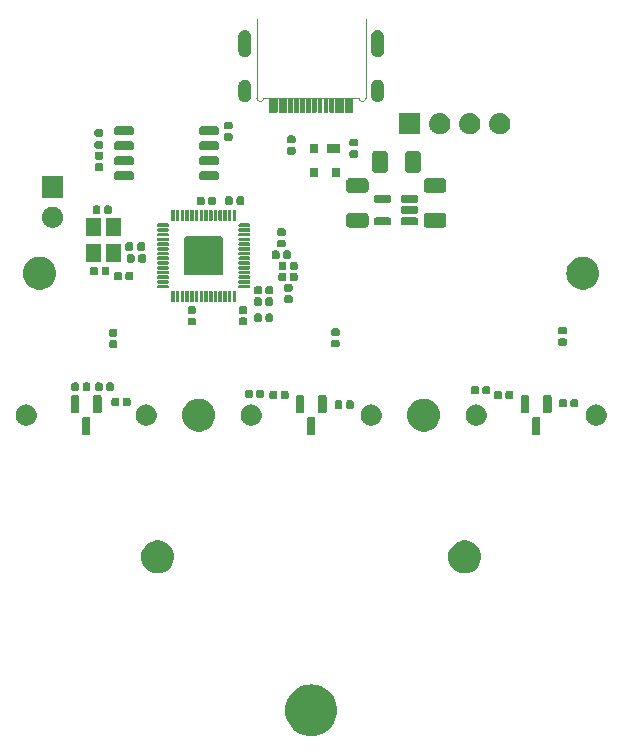
<source format=gbr>
%TF.GenerationSoftware,KiCad,Pcbnew,7.0.5*%
%TF.CreationDate,2024-03-22T11:59:17-05:00*%
%TF.ProjectId,RP2040,52503230-3430-42e6-9b69-6361645f7063,REV1*%
%TF.SameCoordinates,Original*%
%TF.FileFunction,Soldermask,Top*%
%TF.FilePolarity,Negative*%
%FSLAX46Y46*%
G04 Gerber Fmt 4.6, Leading zero omitted, Abs format (unit mm)*
G04 Created by KiCad (PCBNEW 7.0.5) date 2024-03-22 11:59:17*
%MOMM*%
%LPD*%
G01*
G04 APERTURE LIST*
%TA.AperFunction,Profile*%
%ADD10C,0.120000*%
%TD*%
G04 APERTURE END LIST*
D10*
%TO.C,P1*%
X4620000Y26850000D02*
X4620000Y33550000D01*
X4025000Y26825000D02*
X-4025000Y26825000D01*
X-4620000Y26850000D02*
X-4625000Y33550000D01*
X4025000Y26825000D02*
G75*
G03*
X4620000Y26850000I297500J12500D01*
G01*
X-4620000Y26850000D02*
G75*
G03*
X-4025000Y26825000I297500J-12500D01*
G01*
%TD*%
G36*
X287288Y-22817830D02*
G01*
X569661Y-22873997D01*
X842286Y-22966541D01*
X1100500Y-23093878D01*
X1339884Y-23253829D01*
X1556342Y-23443658D01*
X1746171Y-23660116D01*
X1906122Y-23899500D01*
X2033459Y-24157714D01*
X2126003Y-24430339D01*
X2182170Y-24712712D01*
X2201000Y-25000000D01*
X2182170Y-25287288D01*
X2126003Y-25569661D01*
X2033459Y-25842286D01*
X1906122Y-26100500D01*
X1746171Y-26339884D01*
X1556342Y-26556342D01*
X1339884Y-26746171D01*
X1100500Y-26906122D01*
X842286Y-27033459D01*
X569661Y-27126003D01*
X287288Y-27182170D01*
X0Y-27201000D01*
X-287288Y-27182170D01*
X-569661Y-27126003D01*
X-842286Y-27033459D01*
X-1100500Y-26906122D01*
X-1339884Y-26746171D01*
X-1556342Y-26556342D01*
X-1746171Y-26339884D01*
X-1906122Y-26100500D01*
X-2033459Y-25842286D01*
X-2126003Y-25569661D01*
X-2182170Y-25287288D01*
X-2201000Y-25000000D01*
X-2182170Y-24712712D01*
X-2126003Y-24430339D01*
X-2033459Y-24157714D01*
X-1906122Y-23899500D01*
X-1746171Y-23660116D01*
X-1556342Y-23443658D01*
X-1339884Y-23253829D01*
X-1100500Y-23093878D01*
X-842286Y-22966541D01*
X-569661Y-22873997D01*
X-287288Y-22817830D01*
X0Y-22799000D01*
X287288Y-22817830D01*
G37*
G36*
X-12656075Y-10641870D02*
G01*
X-12437225Y-10717002D01*
X-12233726Y-10827130D01*
X-12051129Y-10969251D01*
X-11894414Y-11139488D01*
X-11767857Y-11333198D01*
X-11674910Y-11545096D01*
X-11618108Y-11769403D01*
X-11599000Y-12000000D01*
X-11618108Y-12230597D01*
X-11674910Y-12454904D01*
X-11767857Y-12666802D01*
X-11894414Y-12860512D01*
X-12051129Y-13030749D01*
X-12233726Y-13172870D01*
X-12437225Y-13282998D01*
X-12656075Y-13358130D01*
X-12884306Y-13396215D01*
X-13115694Y-13396215D01*
X-13343925Y-13358130D01*
X-13562775Y-13282998D01*
X-13766274Y-13172870D01*
X-13948871Y-13030749D01*
X-14105586Y-12860512D01*
X-14232143Y-12666802D01*
X-14325090Y-12454904D01*
X-14381892Y-12230597D01*
X-14401000Y-12000000D01*
X-14381892Y-11769403D01*
X-14325090Y-11545096D01*
X-14232143Y-11333198D01*
X-14105586Y-11139488D01*
X-13948871Y-10969251D01*
X-13766274Y-10827130D01*
X-13562775Y-10717002D01*
X-13343925Y-10641870D01*
X-13115694Y-10603785D01*
X-12884306Y-10603785D01*
X-12656075Y-10641870D01*
G37*
G36*
X13343925Y-10641870D02*
G01*
X13562775Y-10717002D01*
X13766274Y-10827130D01*
X13948871Y-10969251D01*
X14105586Y-11139488D01*
X14232143Y-11333198D01*
X14325090Y-11545096D01*
X14381892Y-11769403D01*
X14401000Y-12000000D01*
X14381892Y-12230597D01*
X14325090Y-12454904D01*
X14232143Y-12666802D01*
X14105586Y-12860512D01*
X13948871Y-13030749D01*
X13766274Y-13172870D01*
X13562775Y-13282998D01*
X13343925Y-13358130D01*
X13115694Y-13396215D01*
X12884306Y-13396215D01*
X12656075Y-13358130D01*
X12437225Y-13282998D01*
X12233726Y-13172870D01*
X12051129Y-13030749D01*
X11894414Y-12860512D01*
X11767857Y-12666802D01*
X11674910Y-12454904D01*
X11618108Y-12230597D01*
X11599000Y-12000000D01*
X11618108Y-11769403D01*
X11674910Y-11545096D01*
X11767857Y-11333198D01*
X11894414Y-11139488D01*
X12051129Y-10969251D01*
X12233726Y-10827130D01*
X12437225Y-10717002D01*
X12656075Y-10641870D01*
X12884306Y-10603785D01*
X13115694Y-10603785D01*
X13343925Y-10641870D01*
G37*
G36*
X-18823081Y-164300D02*
G01*
X-18757872Y-207872D01*
X-18714300Y-273081D01*
X-18699000Y-350000D01*
X-18699000Y-1525000D01*
X-18714300Y-1601919D01*
X-18757872Y-1667128D01*
X-18823081Y-1710700D01*
X-18900000Y-1726000D01*
X-19200000Y-1726000D01*
X-19276919Y-1710700D01*
X-19342128Y-1667128D01*
X-19385700Y-1601919D01*
X-19401000Y-1525000D01*
X-19401000Y-350000D01*
X-19385700Y-273081D01*
X-19342128Y-207872D01*
X-19276919Y-164300D01*
X-19200000Y-149000D01*
X-18900000Y-149000D01*
X-18823081Y-164300D01*
G37*
G36*
X226919Y-164300D02*
G01*
X292128Y-207872D01*
X335700Y-273081D01*
X351000Y-350000D01*
X351000Y-1525000D01*
X335700Y-1601919D01*
X292128Y-1667128D01*
X226919Y-1710700D01*
X150000Y-1726000D01*
X-150000Y-1726000D01*
X-226919Y-1710700D01*
X-292128Y-1667128D01*
X-335700Y-1601919D01*
X-351000Y-1525000D01*
X-351000Y-350000D01*
X-335700Y-273081D01*
X-292128Y-207872D01*
X-226919Y-164300D01*
X-150000Y-149000D01*
X150000Y-149000D01*
X226919Y-164300D01*
G37*
G36*
X19276919Y-164300D02*
G01*
X19342128Y-207872D01*
X19385700Y-273081D01*
X19401000Y-350000D01*
X19401000Y-1525000D01*
X19385700Y-1601919D01*
X19342128Y-1667128D01*
X19276919Y-1710700D01*
X19200000Y-1726000D01*
X18900000Y-1726000D01*
X18823081Y-1710700D01*
X18757872Y-1667128D01*
X18714300Y-1601919D01*
X18699000Y-1525000D01*
X18699000Y-350000D01*
X18714300Y-273081D01*
X18757872Y-207872D01*
X18823081Y-164300D01*
X18900000Y-149000D01*
X19200000Y-149000D01*
X19276919Y-164300D01*
G37*
G36*
X-9181075Y1358130D02*
G01*
X-8962225Y1282998D01*
X-8758726Y1172870D01*
X-8576129Y1030749D01*
X-8419414Y860512D01*
X-8292857Y666802D01*
X-8199910Y454904D01*
X-8143108Y230597D01*
X-8124000Y0D01*
X-8143108Y-230597D01*
X-8199910Y-454904D01*
X-8292857Y-666802D01*
X-8419414Y-860512D01*
X-8576129Y-1030749D01*
X-8758726Y-1172870D01*
X-8962225Y-1282998D01*
X-9181075Y-1358130D01*
X-9409306Y-1396215D01*
X-9640694Y-1396215D01*
X-9868925Y-1358130D01*
X-10087775Y-1282998D01*
X-10291274Y-1172870D01*
X-10473871Y-1030749D01*
X-10630586Y-860512D01*
X-10757143Y-666802D01*
X-10850090Y-454904D01*
X-10906892Y-230597D01*
X-10926000Y0D01*
X-10906892Y230597D01*
X-10850090Y454904D01*
X-10757143Y666802D01*
X-10630586Y860512D01*
X-10473871Y1030749D01*
X-10291274Y1172870D01*
X-10087775Y1282998D01*
X-9868925Y1358130D01*
X-9640694Y1396215D01*
X-9409306Y1396215D01*
X-9181075Y1358130D01*
G37*
G36*
X9868925Y1358130D02*
G01*
X10087775Y1282998D01*
X10291274Y1172870D01*
X10473871Y1030749D01*
X10630586Y860512D01*
X10757143Y666802D01*
X10850090Y454904D01*
X10906892Y230597D01*
X10926000Y0D01*
X10906892Y-230597D01*
X10850090Y-454904D01*
X10757143Y-666802D01*
X10630586Y-860512D01*
X10473871Y-1030749D01*
X10291274Y-1172870D01*
X10087775Y-1282998D01*
X9868925Y-1358130D01*
X9640694Y-1396215D01*
X9409306Y-1396215D01*
X9181075Y-1358130D01*
X8962225Y-1282998D01*
X8758726Y-1172870D01*
X8576129Y-1030749D01*
X8419414Y-860512D01*
X8292857Y-666802D01*
X8199910Y-454904D01*
X8143108Y-230597D01*
X8124000Y0D01*
X8143108Y230597D01*
X8199910Y454904D01*
X8292857Y666802D01*
X8419414Y860512D01*
X8576129Y1030749D01*
X8758726Y1172870D01*
X8962225Y1282998D01*
X9181075Y1358130D01*
X9409306Y1396215D01*
X9640694Y1396215D01*
X9868925Y1358130D01*
G37*
G36*
X-24082087Y896064D02*
G01*
X-24035820Y896064D01*
X-23995871Y887573D01*
X-23954267Y883475D01*
X-23902002Y867621D01*
X-23851576Y856902D01*
X-23819306Y842535D01*
X-23785288Y832215D01*
X-23731233Y803322D01*
X-23679500Y780289D01*
X-23655449Y762815D01*
X-23629553Y748973D01*
X-23576729Y705622D01*
X-23527113Y669573D01*
X-23511004Y651682D01*
X-23493052Y636949D01*
X-23444812Y578169D01*
X-23401076Y529595D01*
X-23391889Y513681D01*
X-23381028Y500448D01*
X-23340851Y425281D01*
X-23306896Y366470D01*
X-23302991Y354450D01*
X-23297786Y344713D01*
X-23269087Y250104D01*
X-23248689Y187328D01*
X-23247972Y180498D01*
X-23246526Y175734D01*
X-23232464Y32958D01*
X-23229000Y0D01*
X-23232465Y-32959D01*
X-23246526Y-175733D01*
X-23247971Y-180496D01*
X-23248689Y-187328D01*
X-23269091Y-250117D01*
X-23297786Y-344712D01*
X-23302990Y-354447D01*
X-23306896Y-366470D01*
X-23340858Y-425293D01*
X-23381028Y-500447D01*
X-23391887Y-513677D01*
X-23401076Y-529595D01*
X-23444822Y-578178D01*
X-23493052Y-636948D01*
X-23511000Y-651677D01*
X-23527113Y-669573D01*
X-23576740Y-705628D01*
X-23629553Y-748972D01*
X-23655443Y-762810D01*
X-23679500Y-780289D01*
X-23731244Y-803326D01*
X-23785288Y-832214D01*
X-23819299Y-842531D01*
X-23851576Y-856902D01*
X-23902013Y-867622D01*
X-23954267Y-883474D01*
X-23995862Y-887570D01*
X-24035820Y-896064D01*
X-24082097Y-896064D01*
X-24130000Y-900782D01*
X-24177903Y-896064D01*
X-24224180Y-896064D01*
X-24264138Y-887570D01*
X-24305734Y-883474D01*
X-24357991Y-867621D01*
X-24408424Y-856902D01*
X-24440700Y-842532D01*
X-24474713Y-832214D01*
X-24528763Y-803323D01*
X-24580500Y-780289D01*
X-24604555Y-762812D01*
X-24630448Y-748972D01*
X-24683270Y-705622D01*
X-24732887Y-669573D01*
X-24748998Y-651680D01*
X-24766949Y-636948D01*
X-24815191Y-578166D01*
X-24858924Y-529595D01*
X-24868112Y-513681D01*
X-24878973Y-500447D01*
X-24919156Y-425269D01*
X-24953104Y-366470D01*
X-24957009Y-354451D01*
X-24962215Y-344712D01*
X-24990925Y-250071D01*
X-25011311Y-187328D01*
X-25012029Y-180501D01*
X-25013475Y-175733D01*
X-25027552Y-32808D01*
X-25031000Y0D01*
X-25027552Y32806D01*
X-25013475Y175734D01*
X-25012029Y180503D01*
X-25011311Y187328D01*
X-24990929Y250058D01*
X-24962215Y344713D01*
X-24957009Y354455D01*
X-24953104Y366470D01*
X-24919164Y425258D01*
X-24878973Y500448D01*
X-24868110Y513686D01*
X-24858924Y529595D01*
X-24815200Y578157D01*
X-24766949Y636949D01*
X-24748995Y651685D01*
X-24732887Y669573D01*
X-24683280Y705615D01*
X-24630448Y748973D01*
X-24604550Y762817D01*
X-24580500Y780289D01*
X-24528774Y803319D01*
X-24474713Y832215D01*
X-24440693Y842536D01*
X-24408424Y856902D01*
X-24358002Y867620D01*
X-24305734Y883475D01*
X-24264129Y887573D01*
X-24224180Y896064D01*
X-24177914Y896064D01*
X-24130000Y900783D01*
X-24082087Y896064D01*
G37*
G36*
X-13922087Y896064D02*
G01*
X-13875820Y896064D01*
X-13835871Y887573D01*
X-13794267Y883475D01*
X-13742002Y867621D01*
X-13691576Y856902D01*
X-13659306Y842535D01*
X-13625288Y832215D01*
X-13571233Y803322D01*
X-13519500Y780289D01*
X-13495449Y762815D01*
X-13469553Y748973D01*
X-13416729Y705622D01*
X-13367113Y669573D01*
X-13351004Y651682D01*
X-13333052Y636949D01*
X-13284812Y578169D01*
X-13241076Y529595D01*
X-13231889Y513681D01*
X-13221028Y500448D01*
X-13180851Y425281D01*
X-13146896Y366470D01*
X-13142991Y354450D01*
X-13137786Y344713D01*
X-13109087Y250104D01*
X-13088689Y187328D01*
X-13087972Y180498D01*
X-13086526Y175734D01*
X-13072464Y32958D01*
X-13069000Y0D01*
X-13072465Y-32959D01*
X-13086526Y-175733D01*
X-13087971Y-180496D01*
X-13088689Y-187328D01*
X-13109091Y-250117D01*
X-13137786Y-344712D01*
X-13142990Y-354447D01*
X-13146896Y-366470D01*
X-13180858Y-425293D01*
X-13221028Y-500447D01*
X-13231887Y-513677D01*
X-13241076Y-529595D01*
X-13284822Y-578178D01*
X-13333052Y-636948D01*
X-13351000Y-651677D01*
X-13367113Y-669573D01*
X-13416740Y-705628D01*
X-13469553Y-748972D01*
X-13495443Y-762810D01*
X-13519500Y-780289D01*
X-13571244Y-803326D01*
X-13625288Y-832214D01*
X-13659299Y-842531D01*
X-13691576Y-856902D01*
X-13742013Y-867622D01*
X-13794267Y-883474D01*
X-13835862Y-887570D01*
X-13875820Y-896064D01*
X-13922097Y-896064D01*
X-13970000Y-900782D01*
X-14017903Y-896064D01*
X-14064180Y-896064D01*
X-14104138Y-887570D01*
X-14145734Y-883474D01*
X-14197991Y-867621D01*
X-14248424Y-856902D01*
X-14280700Y-842532D01*
X-14314713Y-832214D01*
X-14368763Y-803323D01*
X-14420500Y-780289D01*
X-14444555Y-762812D01*
X-14470448Y-748972D01*
X-14523270Y-705622D01*
X-14572887Y-669573D01*
X-14588998Y-651680D01*
X-14606949Y-636948D01*
X-14655191Y-578166D01*
X-14698924Y-529595D01*
X-14708112Y-513681D01*
X-14718973Y-500447D01*
X-14759156Y-425269D01*
X-14793104Y-366470D01*
X-14797009Y-354451D01*
X-14802215Y-344712D01*
X-14830925Y-250071D01*
X-14851311Y-187328D01*
X-14852029Y-180501D01*
X-14853475Y-175733D01*
X-14867552Y-32808D01*
X-14871000Y0D01*
X-14867552Y32806D01*
X-14853475Y175734D01*
X-14852029Y180503D01*
X-14851311Y187328D01*
X-14830929Y250058D01*
X-14802215Y344713D01*
X-14797009Y354455D01*
X-14793104Y366470D01*
X-14759164Y425258D01*
X-14718973Y500448D01*
X-14708110Y513686D01*
X-14698924Y529595D01*
X-14655200Y578157D01*
X-14606949Y636949D01*
X-14588995Y651685D01*
X-14572887Y669573D01*
X-14523280Y705615D01*
X-14470448Y748973D01*
X-14444550Y762817D01*
X-14420500Y780289D01*
X-14368774Y803319D01*
X-14314713Y832215D01*
X-14280693Y842536D01*
X-14248424Y856902D01*
X-14198002Y867620D01*
X-14145734Y883475D01*
X-14104129Y887573D01*
X-14064180Y896064D01*
X-14017914Y896064D01*
X-13970000Y900783D01*
X-13922087Y896064D01*
G37*
G36*
X-5032087Y896064D02*
G01*
X-4985820Y896064D01*
X-4945871Y887573D01*
X-4904267Y883475D01*
X-4852002Y867621D01*
X-4801576Y856902D01*
X-4769306Y842535D01*
X-4735288Y832215D01*
X-4681233Y803322D01*
X-4629500Y780289D01*
X-4605449Y762815D01*
X-4579553Y748973D01*
X-4526729Y705622D01*
X-4477113Y669573D01*
X-4461004Y651682D01*
X-4443052Y636949D01*
X-4394812Y578169D01*
X-4351076Y529595D01*
X-4341889Y513681D01*
X-4331028Y500448D01*
X-4290851Y425281D01*
X-4256896Y366470D01*
X-4252991Y354450D01*
X-4247786Y344713D01*
X-4219087Y250104D01*
X-4198689Y187328D01*
X-4197972Y180498D01*
X-4196526Y175734D01*
X-4182464Y32958D01*
X-4179000Y0D01*
X-4182465Y-32959D01*
X-4196526Y-175733D01*
X-4197971Y-180496D01*
X-4198689Y-187328D01*
X-4219091Y-250117D01*
X-4247786Y-344712D01*
X-4252990Y-354447D01*
X-4256896Y-366470D01*
X-4290858Y-425293D01*
X-4331028Y-500447D01*
X-4341887Y-513677D01*
X-4351076Y-529595D01*
X-4394822Y-578178D01*
X-4443052Y-636948D01*
X-4461000Y-651677D01*
X-4477113Y-669573D01*
X-4526740Y-705628D01*
X-4579553Y-748972D01*
X-4605443Y-762810D01*
X-4629500Y-780289D01*
X-4681244Y-803326D01*
X-4735288Y-832214D01*
X-4769299Y-842531D01*
X-4801576Y-856902D01*
X-4852013Y-867622D01*
X-4904267Y-883474D01*
X-4945862Y-887570D01*
X-4985820Y-896064D01*
X-5032097Y-896064D01*
X-5080000Y-900782D01*
X-5127903Y-896064D01*
X-5174180Y-896064D01*
X-5214138Y-887570D01*
X-5255734Y-883474D01*
X-5307991Y-867621D01*
X-5358424Y-856902D01*
X-5390700Y-842532D01*
X-5424713Y-832214D01*
X-5478763Y-803323D01*
X-5530500Y-780289D01*
X-5554555Y-762812D01*
X-5580448Y-748972D01*
X-5633270Y-705622D01*
X-5682887Y-669573D01*
X-5698998Y-651680D01*
X-5716949Y-636948D01*
X-5765191Y-578166D01*
X-5808924Y-529595D01*
X-5818112Y-513681D01*
X-5828973Y-500447D01*
X-5869156Y-425269D01*
X-5903104Y-366470D01*
X-5907009Y-354451D01*
X-5912215Y-344712D01*
X-5940925Y-250071D01*
X-5961311Y-187328D01*
X-5962029Y-180501D01*
X-5963475Y-175733D01*
X-5977552Y-32808D01*
X-5981000Y0D01*
X-5977552Y32806D01*
X-5963475Y175734D01*
X-5962029Y180503D01*
X-5961311Y187328D01*
X-5940929Y250058D01*
X-5912215Y344713D01*
X-5907009Y354455D01*
X-5903104Y366470D01*
X-5869164Y425258D01*
X-5828973Y500448D01*
X-5818110Y513686D01*
X-5808924Y529595D01*
X-5765200Y578157D01*
X-5716949Y636949D01*
X-5698995Y651685D01*
X-5682887Y669573D01*
X-5633280Y705615D01*
X-5580448Y748973D01*
X-5554550Y762817D01*
X-5530500Y780289D01*
X-5478774Y803319D01*
X-5424713Y832215D01*
X-5390693Y842536D01*
X-5358424Y856902D01*
X-5308002Y867620D01*
X-5255734Y883475D01*
X-5214129Y887573D01*
X-5174180Y896064D01*
X-5127914Y896064D01*
X-5080000Y900783D01*
X-5032087Y896064D01*
G37*
G36*
X5127913Y896064D02*
G01*
X5174180Y896064D01*
X5214129Y887573D01*
X5255733Y883475D01*
X5307998Y867621D01*
X5358424Y856902D01*
X5390694Y842535D01*
X5424712Y832215D01*
X5478767Y803322D01*
X5530500Y780289D01*
X5554551Y762815D01*
X5580447Y748973D01*
X5633271Y705622D01*
X5682887Y669573D01*
X5698996Y651682D01*
X5716948Y636949D01*
X5765188Y578169D01*
X5808924Y529595D01*
X5818111Y513681D01*
X5828972Y500448D01*
X5869149Y425281D01*
X5903104Y366470D01*
X5907009Y354450D01*
X5912214Y344713D01*
X5940913Y250104D01*
X5961311Y187328D01*
X5962028Y180498D01*
X5963474Y175734D01*
X5977536Y32958D01*
X5981000Y0D01*
X5977535Y-32959D01*
X5963474Y-175733D01*
X5962029Y-180496D01*
X5961311Y-187328D01*
X5940909Y-250117D01*
X5912214Y-344712D01*
X5907010Y-354447D01*
X5903104Y-366470D01*
X5869142Y-425293D01*
X5828972Y-500447D01*
X5818113Y-513677D01*
X5808924Y-529595D01*
X5765178Y-578178D01*
X5716948Y-636948D01*
X5699000Y-651677D01*
X5682887Y-669573D01*
X5633260Y-705628D01*
X5580447Y-748972D01*
X5554557Y-762810D01*
X5530500Y-780289D01*
X5478756Y-803326D01*
X5424712Y-832214D01*
X5390701Y-842531D01*
X5358424Y-856902D01*
X5307987Y-867622D01*
X5255733Y-883474D01*
X5214138Y-887570D01*
X5174180Y-896064D01*
X5127902Y-896064D01*
X5079999Y-900782D01*
X5032096Y-896064D01*
X4985820Y-896064D01*
X4945862Y-887570D01*
X4904266Y-883474D01*
X4852009Y-867621D01*
X4801576Y-856902D01*
X4769300Y-842532D01*
X4735287Y-832214D01*
X4681237Y-803323D01*
X4629500Y-780289D01*
X4605445Y-762812D01*
X4579552Y-748972D01*
X4526730Y-705622D01*
X4477113Y-669573D01*
X4461002Y-651680D01*
X4443051Y-636948D01*
X4394809Y-578166D01*
X4351076Y-529595D01*
X4341888Y-513681D01*
X4331027Y-500447D01*
X4290844Y-425269D01*
X4256896Y-366470D01*
X4252991Y-354451D01*
X4247785Y-344712D01*
X4219075Y-250071D01*
X4198689Y-187328D01*
X4197971Y-180501D01*
X4196525Y-175733D01*
X4182448Y-32808D01*
X4179000Y0D01*
X4182448Y32806D01*
X4196525Y175734D01*
X4197971Y180503D01*
X4198689Y187328D01*
X4219071Y250058D01*
X4247785Y344713D01*
X4252991Y354455D01*
X4256896Y366470D01*
X4290836Y425258D01*
X4331027Y500448D01*
X4341890Y513686D01*
X4351076Y529595D01*
X4394800Y578157D01*
X4443051Y636949D01*
X4461005Y651685D01*
X4477113Y669573D01*
X4526720Y705615D01*
X4579552Y748973D01*
X4605450Y762817D01*
X4629500Y780289D01*
X4681226Y803319D01*
X4735287Y832215D01*
X4769307Y842536D01*
X4801576Y856902D01*
X4851998Y867620D01*
X4904266Y883475D01*
X4945871Y887573D01*
X4985820Y896064D01*
X5032086Y896064D01*
X5079999Y900783D01*
X5127913Y896064D01*
G37*
G36*
X14017913Y896064D02*
G01*
X14064180Y896064D01*
X14104129Y887573D01*
X14145733Y883475D01*
X14197998Y867621D01*
X14248424Y856902D01*
X14280694Y842535D01*
X14314712Y832215D01*
X14368767Y803322D01*
X14420500Y780289D01*
X14444551Y762815D01*
X14470447Y748973D01*
X14523271Y705622D01*
X14572887Y669573D01*
X14588996Y651682D01*
X14606948Y636949D01*
X14655188Y578169D01*
X14698924Y529595D01*
X14708111Y513681D01*
X14718972Y500448D01*
X14759149Y425281D01*
X14793104Y366470D01*
X14797009Y354450D01*
X14802214Y344713D01*
X14830913Y250104D01*
X14851311Y187328D01*
X14852028Y180498D01*
X14853474Y175734D01*
X14867536Y32958D01*
X14871000Y0D01*
X14867535Y-32959D01*
X14853474Y-175733D01*
X14852029Y-180496D01*
X14851311Y-187328D01*
X14830909Y-250117D01*
X14802214Y-344712D01*
X14797010Y-354447D01*
X14793104Y-366470D01*
X14759142Y-425293D01*
X14718972Y-500447D01*
X14708113Y-513677D01*
X14698924Y-529595D01*
X14655178Y-578178D01*
X14606948Y-636948D01*
X14589000Y-651677D01*
X14572887Y-669573D01*
X14523260Y-705628D01*
X14470447Y-748972D01*
X14444557Y-762810D01*
X14420500Y-780289D01*
X14368756Y-803326D01*
X14314712Y-832214D01*
X14280701Y-842531D01*
X14248424Y-856902D01*
X14197987Y-867622D01*
X14145733Y-883474D01*
X14104138Y-887570D01*
X14064180Y-896064D01*
X14017902Y-896064D01*
X13969999Y-900782D01*
X13922096Y-896064D01*
X13875820Y-896064D01*
X13835862Y-887570D01*
X13794266Y-883474D01*
X13742009Y-867621D01*
X13691576Y-856902D01*
X13659300Y-842532D01*
X13625287Y-832214D01*
X13571237Y-803323D01*
X13519500Y-780289D01*
X13495445Y-762812D01*
X13469552Y-748972D01*
X13416730Y-705622D01*
X13367113Y-669573D01*
X13351002Y-651680D01*
X13333051Y-636948D01*
X13284809Y-578166D01*
X13241076Y-529595D01*
X13231888Y-513681D01*
X13221027Y-500447D01*
X13180844Y-425269D01*
X13146896Y-366470D01*
X13142991Y-354451D01*
X13137785Y-344712D01*
X13109075Y-250071D01*
X13088689Y-187328D01*
X13087971Y-180501D01*
X13086525Y-175733D01*
X13072448Y-32808D01*
X13069000Y0D01*
X13072448Y32806D01*
X13086525Y175734D01*
X13087971Y180503D01*
X13088689Y187328D01*
X13109071Y250058D01*
X13137785Y344713D01*
X13142991Y354455D01*
X13146896Y366470D01*
X13180836Y425258D01*
X13221027Y500448D01*
X13231890Y513686D01*
X13241076Y529595D01*
X13284800Y578157D01*
X13333051Y636949D01*
X13351005Y651685D01*
X13367113Y669573D01*
X13416720Y705615D01*
X13469552Y748973D01*
X13495450Y762817D01*
X13519500Y780289D01*
X13571226Y803319D01*
X13625287Y832215D01*
X13659307Y842536D01*
X13691576Y856902D01*
X13741998Y867620D01*
X13794266Y883475D01*
X13835871Y887573D01*
X13875820Y896064D01*
X13922086Y896064D01*
X13969999Y900783D01*
X14017913Y896064D01*
G37*
G36*
X24177913Y896064D02*
G01*
X24224180Y896064D01*
X24264129Y887573D01*
X24305733Y883475D01*
X24357998Y867621D01*
X24408424Y856902D01*
X24440694Y842535D01*
X24474712Y832215D01*
X24528767Y803322D01*
X24580500Y780289D01*
X24604551Y762815D01*
X24630447Y748973D01*
X24683271Y705622D01*
X24732887Y669573D01*
X24748996Y651682D01*
X24766948Y636949D01*
X24815188Y578169D01*
X24858924Y529595D01*
X24868111Y513681D01*
X24878972Y500448D01*
X24919149Y425281D01*
X24953104Y366470D01*
X24957009Y354450D01*
X24962214Y344713D01*
X24990913Y250104D01*
X25011311Y187328D01*
X25012028Y180498D01*
X25013474Y175734D01*
X25027536Y32958D01*
X25031000Y0D01*
X25027535Y-32959D01*
X25013474Y-175733D01*
X25012029Y-180496D01*
X25011311Y-187328D01*
X24990909Y-250117D01*
X24962214Y-344712D01*
X24957010Y-354447D01*
X24953104Y-366470D01*
X24919142Y-425293D01*
X24878972Y-500447D01*
X24868113Y-513677D01*
X24858924Y-529595D01*
X24815178Y-578178D01*
X24766948Y-636948D01*
X24749000Y-651677D01*
X24732887Y-669573D01*
X24683260Y-705628D01*
X24630447Y-748972D01*
X24604557Y-762810D01*
X24580500Y-780289D01*
X24528756Y-803326D01*
X24474712Y-832214D01*
X24440701Y-842531D01*
X24408424Y-856902D01*
X24357987Y-867622D01*
X24305733Y-883474D01*
X24264138Y-887570D01*
X24224180Y-896064D01*
X24177903Y-896064D01*
X24130000Y-900782D01*
X24082097Y-896064D01*
X24035820Y-896064D01*
X23995862Y-887570D01*
X23954266Y-883474D01*
X23902009Y-867621D01*
X23851576Y-856902D01*
X23819300Y-842532D01*
X23785287Y-832214D01*
X23731237Y-803323D01*
X23679500Y-780289D01*
X23655445Y-762812D01*
X23629552Y-748972D01*
X23576730Y-705622D01*
X23527113Y-669573D01*
X23511002Y-651680D01*
X23493051Y-636948D01*
X23444809Y-578166D01*
X23401076Y-529595D01*
X23391888Y-513681D01*
X23381027Y-500447D01*
X23340844Y-425269D01*
X23306896Y-366470D01*
X23302991Y-354451D01*
X23297785Y-344712D01*
X23269075Y-250071D01*
X23248689Y-187328D01*
X23247971Y-180501D01*
X23246525Y-175733D01*
X23232448Y-32808D01*
X23229000Y0D01*
X23232448Y32806D01*
X23246525Y175734D01*
X23247971Y180503D01*
X23248689Y187328D01*
X23269071Y250058D01*
X23297785Y344713D01*
X23302991Y354455D01*
X23306896Y366470D01*
X23340836Y425258D01*
X23381027Y500448D01*
X23391890Y513686D01*
X23401076Y529595D01*
X23444800Y578157D01*
X23493051Y636949D01*
X23511005Y651685D01*
X23527113Y669573D01*
X23576720Y705615D01*
X23629552Y748973D01*
X23655450Y762817D01*
X23679500Y780289D01*
X23731226Y803319D01*
X23785287Y832215D01*
X23819307Y842536D01*
X23851576Y856902D01*
X23901998Y867620D01*
X23954266Y883475D01*
X23995871Y887573D01*
X24035820Y896064D01*
X24082086Y896064D01*
X24129999Y900783D01*
X24177913Y896064D01*
G37*
G36*
X-19773081Y1710700D02*
G01*
X-19707872Y1667128D01*
X-19664300Y1601919D01*
X-19649000Y1525000D01*
X-19649000Y350000D01*
X-19664300Y273081D01*
X-19707872Y207872D01*
X-19773081Y164300D01*
X-19850000Y149000D01*
X-20150000Y149000D01*
X-20226919Y164300D01*
X-20292128Y207872D01*
X-20335700Y273081D01*
X-20351000Y350000D01*
X-20351000Y1525000D01*
X-20335700Y1601919D01*
X-20292128Y1667128D01*
X-20226919Y1710700D01*
X-20150000Y1726000D01*
X-19850000Y1726000D01*
X-19773081Y1710700D01*
G37*
G36*
X-17873081Y1710700D02*
G01*
X-17807872Y1667128D01*
X-17764300Y1601919D01*
X-17749000Y1525000D01*
X-17749000Y350000D01*
X-17764300Y273081D01*
X-17807872Y207872D01*
X-17873081Y164300D01*
X-17950000Y149000D01*
X-18250000Y149000D01*
X-18326919Y164300D01*
X-18392128Y207872D01*
X-18435700Y273081D01*
X-18451000Y350000D01*
X-18451000Y1525000D01*
X-18435700Y1601919D01*
X-18392128Y1667128D01*
X-18326919Y1710700D01*
X-18250000Y1726000D01*
X-17950000Y1726000D01*
X-17873081Y1710700D01*
G37*
G36*
X-723081Y1710700D02*
G01*
X-657872Y1667128D01*
X-614300Y1601919D01*
X-599000Y1525000D01*
X-599000Y350000D01*
X-614300Y273081D01*
X-657872Y207872D01*
X-723081Y164300D01*
X-800000Y149000D01*
X-1100000Y149000D01*
X-1176919Y164300D01*
X-1242128Y207872D01*
X-1285700Y273081D01*
X-1301000Y350000D01*
X-1301000Y1525000D01*
X-1285700Y1601919D01*
X-1242128Y1667128D01*
X-1176919Y1710700D01*
X-1100000Y1726000D01*
X-800000Y1726000D01*
X-723081Y1710700D01*
G37*
G36*
X1176919Y1710700D02*
G01*
X1242128Y1667128D01*
X1285700Y1601919D01*
X1301000Y1525000D01*
X1301000Y350000D01*
X1285700Y273081D01*
X1242128Y207872D01*
X1176919Y164300D01*
X1100000Y149000D01*
X800000Y149000D01*
X723081Y164300D01*
X657872Y207872D01*
X614300Y273081D01*
X599000Y350000D01*
X599000Y1525000D01*
X614300Y1601919D01*
X657872Y1667128D01*
X723081Y1710700D01*
X800000Y1726000D01*
X1100000Y1726000D01*
X1176919Y1710700D01*
G37*
G36*
X18326919Y1710700D02*
G01*
X18392128Y1667128D01*
X18435700Y1601919D01*
X18451000Y1525000D01*
X18451000Y350000D01*
X18435700Y273081D01*
X18392128Y207872D01*
X18326919Y164300D01*
X18250000Y149000D01*
X17950000Y149000D01*
X17873081Y164300D01*
X17807872Y207872D01*
X17764300Y273081D01*
X17749000Y350000D01*
X17749000Y1525000D01*
X17764300Y1601919D01*
X17807872Y1667128D01*
X17873081Y1710700D01*
X17950000Y1726000D01*
X18250000Y1726000D01*
X18326919Y1710700D01*
G37*
G36*
X20226919Y1710700D02*
G01*
X20292128Y1667128D01*
X20335700Y1601919D01*
X20351000Y1525000D01*
X20351000Y350000D01*
X20335700Y273081D01*
X20292128Y207872D01*
X20226919Y164300D01*
X20150000Y149000D01*
X19850000Y149000D01*
X19773081Y164300D01*
X19707872Y207872D01*
X19664300Y273081D01*
X19649000Y350000D01*
X19649000Y1525000D01*
X19664300Y1601919D01*
X19707872Y1667128D01*
X19773081Y1710700D01*
X19850000Y1726000D01*
X20150000Y1726000D01*
X20226919Y1710700D01*
G37*
G36*
X2533093Y1246461D02*
G01*
X2595057Y1205057D01*
X2636461Y1143093D01*
X2651000Y1070000D01*
X2651000Y730000D01*
X2636461Y656907D01*
X2595057Y594943D01*
X2533093Y553539D01*
X2460000Y539000D01*
X2180000Y539000D01*
X2106907Y553539D01*
X2044943Y594943D01*
X2003539Y656907D01*
X1989000Y730000D01*
X1989000Y1070000D01*
X2003539Y1143093D01*
X2044943Y1205057D01*
X2106907Y1246461D01*
X2180000Y1261000D01*
X2460000Y1261000D01*
X2533093Y1246461D01*
G37*
G36*
X3493093Y1246461D02*
G01*
X3555057Y1205057D01*
X3596461Y1143093D01*
X3611000Y1070000D01*
X3611000Y730000D01*
X3596461Y656907D01*
X3555057Y594943D01*
X3493093Y553539D01*
X3420000Y539000D01*
X3140000Y539000D01*
X3066907Y553539D01*
X3004943Y594943D01*
X2963539Y656907D01*
X2949000Y730000D01*
X2949000Y1070000D01*
X2963539Y1143093D01*
X3004943Y1205057D01*
X3066907Y1246461D01*
X3140000Y1261000D01*
X3420000Y1261000D01*
X3493093Y1246461D01*
G37*
G36*
X21533093Y1346461D02*
G01*
X21595057Y1305057D01*
X21636461Y1243093D01*
X21651000Y1170000D01*
X21651000Y830000D01*
X21636461Y756907D01*
X21595057Y694943D01*
X21533093Y653539D01*
X21460000Y639000D01*
X21180000Y639000D01*
X21106907Y653539D01*
X21044943Y694943D01*
X21003539Y756907D01*
X20989000Y830000D01*
X20989000Y1170000D01*
X21003539Y1243093D01*
X21044943Y1305057D01*
X21106907Y1346461D01*
X21180000Y1361000D01*
X21460000Y1361000D01*
X21533093Y1346461D01*
G37*
G36*
X22493093Y1346461D02*
G01*
X22555057Y1305057D01*
X22596461Y1243093D01*
X22611000Y1170000D01*
X22611000Y830000D01*
X22596461Y756907D01*
X22555057Y694943D01*
X22493093Y653539D01*
X22420000Y639000D01*
X22140000Y639000D01*
X22066907Y653539D01*
X22004943Y694943D01*
X21963539Y756907D01*
X21949000Y830000D01*
X21949000Y1170000D01*
X21963539Y1243093D01*
X22004943Y1305057D01*
X22066907Y1346461D01*
X22140000Y1361000D01*
X22420000Y1361000D01*
X22493093Y1346461D01*
G37*
G36*
X-16366907Y1446461D02*
G01*
X-16304943Y1405057D01*
X-16263539Y1343093D01*
X-16249000Y1270000D01*
X-16249000Y930000D01*
X-16263539Y856907D01*
X-16304943Y794943D01*
X-16366907Y753539D01*
X-16440000Y739000D01*
X-16720000Y739000D01*
X-16793093Y753539D01*
X-16855057Y794943D01*
X-16896461Y856907D01*
X-16911000Y930000D01*
X-16911000Y1270000D01*
X-16896461Y1343093D01*
X-16855057Y1405057D01*
X-16793093Y1446461D01*
X-16720000Y1461000D01*
X-16440000Y1461000D01*
X-16366907Y1446461D01*
G37*
G36*
X-15406907Y1446461D02*
G01*
X-15344943Y1405057D01*
X-15303539Y1343093D01*
X-15289000Y1270000D01*
X-15289000Y930000D01*
X-15303539Y856907D01*
X-15344943Y794943D01*
X-15406907Y753539D01*
X-15480000Y739000D01*
X-15760000Y739000D01*
X-15833093Y753539D01*
X-15895057Y794943D01*
X-15936461Y856907D01*
X-15951000Y930000D01*
X-15951000Y1270000D01*
X-15936461Y1343093D01*
X-15895057Y1405057D01*
X-15833093Y1446461D01*
X-15760000Y1461000D01*
X-15480000Y1461000D01*
X-15406907Y1446461D01*
G37*
G36*
X-2986907Y2046461D02*
G01*
X-2924943Y2005057D01*
X-2883539Y1943093D01*
X-2869000Y1870000D01*
X-2869000Y1530000D01*
X-2883539Y1456907D01*
X-2924943Y1394943D01*
X-2986907Y1353539D01*
X-3060000Y1339000D01*
X-3340000Y1339000D01*
X-3413093Y1353539D01*
X-3475057Y1394943D01*
X-3516461Y1456907D01*
X-3531000Y1530000D01*
X-3531000Y1870000D01*
X-3516461Y1943093D01*
X-3475057Y2005057D01*
X-3413093Y2046461D01*
X-3340000Y2061000D01*
X-3060000Y2061000D01*
X-2986907Y2046461D01*
G37*
G36*
X-2026907Y2046461D02*
G01*
X-1964943Y2005057D01*
X-1923539Y1943093D01*
X-1909000Y1870000D01*
X-1909000Y1530000D01*
X-1923539Y1456907D01*
X-1964943Y1394943D01*
X-2026907Y1353539D01*
X-2100000Y1339000D01*
X-2380000Y1339000D01*
X-2453093Y1353539D01*
X-2515057Y1394943D01*
X-2556461Y1456907D01*
X-2571000Y1530000D01*
X-2571000Y1870000D01*
X-2556461Y1943093D01*
X-2515057Y2005057D01*
X-2453093Y2046461D01*
X-2380000Y2061000D01*
X-2100000Y2061000D01*
X-2026907Y2046461D01*
G37*
G36*
X16033093Y2046461D02*
G01*
X16095057Y2005057D01*
X16136461Y1943093D01*
X16151000Y1870000D01*
X16151000Y1530000D01*
X16136461Y1456907D01*
X16095057Y1394943D01*
X16033093Y1353539D01*
X15960000Y1339000D01*
X15680000Y1339000D01*
X15606907Y1353539D01*
X15544943Y1394943D01*
X15503539Y1456907D01*
X15489000Y1530000D01*
X15489000Y1870000D01*
X15503539Y1943093D01*
X15544943Y2005057D01*
X15606907Y2046461D01*
X15680000Y2061000D01*
X15960000Y2061000D01*
X16033093Y2046461D01*
G37*
G36*
X16993093Y2046461D02*
G01*
X17055057Y2005057D01*
X17096461Y1943093D01*
X17111000Y1870000D01*
X17111000Y1530000D01*
X17096461Y1456907D01*
X17055057Y1394943D01*
X16993093Y1353539D01*
X16920000Y1339000D01*
X16640000Y1339000D01*
X16566907Y1353539D01*
X16504943Y1394943D01*
X16463539Y1456907D01*
X16449000Y1530000D01*
X16449000Y1870000D01*
X16463539Y1943093D01*
X16504943Y2005057D01*
X16566907Y2046461D01*
X16640000Y2061000D01*
X16920000Y2061000D01*
X16993093Y2046461D01*
G37*
G36*
X-5066907Y2146461D02*
G01*
X-5004943Y2105057D01*
X-4963539Y2043093D01*
X-4949000Y1970000D01*
X-4949000Y1630000D01*
X-4963539Y1556907D01*
X-5004943Y1494943D01*
X-5066907Y1453539D01*
X-5140000Y1439000D01*
X-5420000Y1439000D01*
X-5493093Y1453539D01*
X-5555057Y1494943D01*
X-5596461Y1556907D01*
X-5611000Y1630000D01*
X-5611000Y1970000D01*
X-5596461Y2043093D01*
X-5555057Y2105057D01*
X-5493093Y2146461D01*
X-5420000Y2161000D01*
X-5140000Y2161000D01*
X-5066907Y2146461D01*
G37*
G36*
X-4106907Y2146461D02*
G01*
X-4044943Y2105057D01*
X-4003539Y2043093D01*
X-3989000Y1970000D01*
X-3989000Y1630000D01*
X-4003539Y1556907D01*
X-4044943Y1494943D01*
X-4106907Y1453539D01*
X-4180000Y1439000D01*
X-4460000Y1439000D01*
X-4533093Y1453539D01*
X-4595057Y1494943D01*
X-4636461Y1556907D01*
X-4651000Y1630000D01*
X-4651000Y1970000D01*
X-4636461Y2043093D01*
X-4595057Y2105057D01*
X-4533093Y2146461D01*
X-4460000Y2161000D01*
X-4180000Y2161000D01*
X-4106907Y2146461D01*
G37*
G36*
X14083093Y2446461D02*
G01*
X14145057Y2405057D01*
X14186461Y2343093D01*
X14201000Y2270000D01*
X14201000Y1930000D01*
X14186461Y1856907D01*
X14145057Y1794943D01*
X14083093Y1753539D01*
X14010000Y1739000D01*
X13730000Y1739000D01*
X13656907Y1753539D01*
X13594943Y1794943D01*
X13553539Y1856907D01*
X13539000Y1930000D01*
X13539000Y2270000D01*
X13553539Y2343093D01*
X13594943Y2405057D01*
X13656907Y2446461D01*
X13730000Y2461000D01*
X14010000Y2461000D01*
X14083093Y2446461D01*
G37*
G36*
X15043093Y2446461D02*
G01*
X15105057Y2405057D01*
X15146461Y2343093D01*
X15161000Y2270000D01*
X15161000Y1930000D01*
X15146461Y1856907D01*
X15105057Y1794943D01*
X15043093Y1753539D01*
X14970000Y1739000D01*
X14690000Y1739000D01*
X14616907Y1753539D01*
X14554943Y1794943D01*
X14513539Y1856907D01*
X14499000Y1930000D01*
X14499000Y2270000D01*
X14513539Y2343093D01*
X14554943Y2405057D01*
X14616907Y2446461D01*
X14690000Y2461000D01*
X14970000Y2461000D01*
X15043093Y2446461D01*
G37*
G36*
X-19766907Y2746461D02*
G01*
X-19704943Y2705057D01*
X-19663539Y2643093D01*
X-19649000Y2570000D01*
X-19649000Y2230000D01*
X-19663539Y2156907D01*
X-19704943Y2094943D01*
X-19766907Y2053539D01*
X-19840000Y2039000D01*
X-20120000Y2039000D01*
X-20193093Y2053539D01*
X-20255057Y2094943D01*
X-20296461Y2156907D01*
X-20311000Y2230000D01*
X-20311000Y2570000D01*
X-20296461Y2643093D01*
X-20255057Y2705057D01*
X-20193093Y2746461D01*
X-20120000Y2761000D01*
X-19840000Y2761000D01*
X-19766907Y2746461D01*
G37*
G36*
X-18806907Y2746461D02*
G01*
X-18744943Y2705057D01*
X-18703539Y2643093D01*
X-18689000Y2570000D01*
X-18689000Y2230000D01*
X-18703539Y2156907D01*
X-18744943Y2094943D01*
X-18806907Y2053539D01*
X-18880000Y2039000D01*
X-19160000Y2039000D01*
X-19233093Y2053539D01*
X-19295057Y2094943D01*
X-19336461Y2156907D01*
X-19351000Y2230000D01*
X-19351000Y2570000D01*
X-19336461Y2643093D01*
X-19295057Y2705057D01*
X-19233093Y2746461D01*
X-19160000Y2761000D01*
X-18880000Y2761000D01*
X-18806907Y2746461D01*
G37*
G36*
X-17766907Y2746461D02*
G01*
X-17704943Y2705057D01*
X-17663539Y2643093D01*
X-17649000Y2570000D01*
X-17649000Y2230000D01*
X-17663539Y2156907D01*
X-17704943Y2094943D01*
X-17766907Y2053539D01*
X-17840000Y2039000D01*
X-18120000Y2039000D01*
X-18193093Y2053539D01*
X-18255057Y2094943D01*
X-18296461Y2156907D01*
X-18311000Y2230000D01*
X-18311000Y2570000D01*
X-18296461Y2643093D01*
X-18255057Y2705057D01*
X-18193093Y2746461D01*
X-18120000Y2761000D01*
X-17840000Y2761000D01*
X-17766907Y2746461D01*
G37*
G36*
X-16806907Y2746461D02*
G01*
X-16744943Y2705057D01*
X-16703539Y2643093D01*
X-16689000Y2570000D01*
X-16689000Y2230000D01*
X-16703539Y2156907D01*
X-16744943Y2094943D01*
X-16806907Y2053539D01*
X-16880000Y2039000D01*
X-17160000Y2039000D01*
X-17233093Y2053539D01*
X-17295057Y2094943D01*
X-17336461Y2156907D01*
X-17351000Y2230000D01*
X-17351000Y2570000D01*
X-17336461Y2643093D01*
X-17295057Y2705057D01*
X-17233093Y2746461D01*
X-17160000Y2761000D01*
X-16880000Y2761000D01*
X-16806907Y2746461D01*
G37*
G36*
X-16526907Y6326461D02*
G01*
X-16464943Y6285057D01*
X-16423539Y6223093D01*
X-16409000Y6150000D01*
X-16409000Y5870000D01*
X-16423539Y5796907D01*
X-16464943Y5734943D01*
X-16526907Y5693539D01*
X-16600000Y5679000D01*
X-16940000Y5679000D01*
X-17013093Y5693539D01*
X-17075057Y5734943D01*
X-17116461Y5796907D01*
X-17131000Y5870000D01*
X-17131000Y6150000D01*
X-17116461Y6223093D01*
X-17075057Y6285057D01*
X-17013093Y6326461D01*
X-16940000Y6341000D01*
X-16600000Y6341000D01*
X-16526907Y6326461D01*
G37*
G36*
X2293093Y6376461D02*
G01*
X2355057Y6335057D01*
X2396461Y6273093D01*
X2411000Y6200000D01*
X2411000Y5920000D01*
X2396461Y5846907D01*
X2355057Y5784943D01*
X2293093Y5743539D01*
X2220000Y5729000D01*
X1880000Y5729000D01*
X1806907Y5743539D01*
X1744943Y5784943D01*
X1703539Y5846907D01*
X1689000Y5920000D01*
X1689000Y6200000D01*
X1703539Y6273093D01*
X1744943Y6335057D01*
X1806907Y6376461D01*
X1880000Y6391000D01*
X2220000Y6391000D01*
X2293093Y6376461D01*
G37*
G36*
X21523093Y6516461D02*
G01*
X21585057Y6475057D01*
X21626461Y6413093D01*
X21641000Y6340000D01*
X21641000Y6060000D01*
X21626461Y5986907D01*
X21585057Y5924943D01*
X21523093Y5883539D01*
X21450000Y5869000D01*
X21110000Y5869000D01*
X21036907Y5883539D01*
X20974943Y5924943D01*
X20933539Y5986907D01*
X20919000Y6060000D01*
X20919000Y6340000D01*
X20933539Y6413093D01*
X20974943Y6475057D01*
X21036907Y6516461D01*
X21110000Y6531000D01*
X21450000Y6531000D01*
X21523093Y6516461D01*
G37*
G36*
X-16526907Y7286461D02*
G01*
X-16464943Y7245057D01*
X-16423539Y7183093D01*
X-16409000Y7110000D01*
X-16409000Y6830000D01*
X-16423539Y6756907D01*
X-16464943Y6694943D01*
X-16526907Y6653539D01*
X-16600000Y6639000D01*
X-16940000Y6639000D01*
X-17013093Y6653539D01*
X-17075057Y6694943D01*
X-17116461Y6756907D01*
X-17131000Y6830000D01*
X-17131000Y7110000D01*
X-17116461Y7183093D01*
X-17075057Y7245057D01*
X-17013093Y7286461D01*
X-16940000Y7301000D01*
X-16600000Y7301000D01*
X-16526907Y7286461D01*
G37*
G36*
X2293093Y7336461D02*
G01*
X2355057Y7295057D01*
X2396461Y7233093D01*
X2411000Y7160000D01*
X2411000Y6880000D01*
X2396461Y6806907D01*
X2355057Y6744943D01*
X2293093Y6703539D01*
X2220000Y6689000D01*
X1880000Y6689000D01*
X1806907Y6703539D01*
X1744943Y6744943D01*
X1703539Y6806907D01*
X1689000Y6880000D01*
X1689000Y7160000D01*
X1703539Y7233093D01*
X1744943Y7295057D01*
X1806907Y7336461D01*
X1880000Y7351000D01*
X2220000Y7351000D01*
X2293093Y7336461D01*
G37*
G36*
X21523093Y7476461D02*
G01*
X21585057Y7435057D01*
X21626461Y7373093D01*
X21641000Y7300000D01*
X21641000Y7020000D01*
X21626461Y6946907D01*
X21585057Y6884943D01*
X21523093Y6843539D01*
X21450000Y6829000D01*
X21110000Y6829000D01*
X21036907Y6843539D01*
X20974943Y6884943D01*
X20933539Y6946907D01*
X20919000Y7020000D01*
X20919000Y7300000D01*
X20933539Y7373093D01*
X20974943Y7435057D01*
X21036907Y7476461D01*
X21110000Y7491000D01*
X21450000Y7491000D01*
X21523093Y7476461D01*
G37*
G36*
X-9856907Y8236461D02*
G01*
X-9794943Y8195057D01*
X-9753539Y8133093D01*
X-9739000Y8060000D01*
X-9739000Y7780000D01*
X-9753539Y7706907D01*
X-9794943Y7644943D01*
X-9856907Y7603539D01*
X-9930000Y7589000D01*
X-10270000Y7589000D01*
X-10343093Y7603539D01*
X-10405057Y7644943D01*
X-10446461Y7706907D01*
X-10461000Y7780000D01*
X-10461000Y8060000D01*
X-10446461Y8133093D01*
X-10405057Y8195057D01*
X-10343093Y8236461D01*
X-10270000Y8251000D01*
X-9930000Y8251000D01*
X-9856907Y8236461D01*
G37*
G36*
X-5536907Y8256461D02*
G01*
X-5474943Y8215057D01*
X-5433539Y8153093D01*
X-5419000Y8080000D01*
X-5419000Y7800000D01*
X-5433539Y7726907D01*
X-5474943Y7664943D01*
X-5536907Y7623539D01*
X-5610000Y7609000D01*
X-5950000Y7609000D01*
X-6023093Y7623539D01*
X-6085057Y7664943D01*
X-6126461Y7726907D01*
X-6141000Y7800000D01*
X-6141000Y8080000D01*
X-6126461Y8153093D01*
X-6085057Y8215057D01*
X-6023093Y8256461D01*
X-5950000Y8271000D01*
X-5610000Y8271000D01*
X-5536907Y8256461D01*
G37*
G36*
X-4296907Y8596461D02*
G01*
X-4234943Y8555057D01*
X-4193539Y8493093D01*
X-4179000Y8420000D01*
X-4179000Y8080000D01*
X-4193539Y8006907D01*
X-4234943Y7944943D01*
X-4296907Y7903539D01*
X-4370000Y7889000D01*
X-4650000Y7889000D01*
X-4723093Y7903539D01*
X-4785057Y7944943D01*
X-4826461Y8006907D01*
X-4841000Y8080000D01*
X-4841000Y8420000D01*
X-4826461Y8493093D01*
X-4785057Y8555057D01*
X-4723093Y8596461D01*
X-4650000Y8611000D01*
X-4370000Y8611000D01*
X-4296907Y8596461D01*
G37*
G36*
X-3336907Y8596461D02*
G01*
X-3274943Y8555057D01*
X-3233539Y8493093D01*
X-3219000Y8420000D01*
X-3219000Y8080000D01*
X-3233539Y8006907D01*
X-3274943Y7944943D01*
X-3336907Y7903539D01*
X-3410000Y7889000D01*
X-3690000Y7889000D01*
X-3763093Y7903539D01*
X-3825057Y7944943D01*
X-3866461Y8006907D01*
X-3881000Y8080000D01*
X-3881000Y8420000D01*
X-3866461Y8493093D01*
X-3825057Y8555057D01*
X-3763093Y8596461D01*
X-3690000Y8611000D01*
X-3410000Y8611000D01*
X-3336907Y8596461D01*
G37*
G36*
X-9856907Y9196461D02*
G01*
X-9794943Y9155057D01*
X-9753539Y9093093D01*
X-9739000Y9020000D01*
X-9739000Y8740000D01*
X-9753539Y8666907D01*
X-9794943Y8604943D01*
X-9856907Y8563539D01*
X-9930000Y8549000D01*
X-10270000Y8549000D01*
X-10343093Y8563539D01*
X-10405057Y8604943D01*
X-10446461Y8666907D01*
X-10461000Y8740000D01*
X-10461000Y9020000D01*
X-10446461Y9093093D01*
X-10405057Y9155057D01*
X-10343093Y9196461D01*
X-10270000Y9211000D01*
X-9930000Y9211000D01*
X-9856907Y9196461D01*
G37*
G36*
X-5536907Y9216461D02*
G01*
X-5474943Y9175057D01*
X-5433539Y9113093D01*
X-5419000Y9040000D01*
X-5419000Y8760000D01*
X-5433539Y8686907D01*
X-5474943Y8624943D01*
X-5536907Y8583539D01*
X-5610000Y8569000D01*
X-5950000Y8569000D01*
X-6023093Y8583539D01*
X-6085057Y8624943D01*
X-6126461Y8686907D01*
X-6141000Y8760000D01*
X-6141000Y9040000D01*
X-6126461Y9113093D01*
X-6085057Y9175057D01*
X-6023093Y9216461D01*
X-5950000Y9231000D01*
X-5610000Y9231000D01*
X-5536907Y9216461D01*
G37*
G36*
X-4306907Y9966461D02*
G01*
X-4244943Y9925057D01*
X-4203539Y9863093D01*
X-4189000Y9790000D01*
X-4189000Y9450000D01*
X-4203539Y9376907D01*
X-4244943Y9314943D01*
X-4306907Y9273539D01*
X-4380000Y9259000D01*
X-4660000Y9259000D01*
X-4733093Y9273539D01*
X-4795057Y9314943D01*
X-4836461Y9376907D01*
X-4851000Y9450000D01*
X-4851000Y9790000D01*
X-4836461Y9863093D01*
X-4795057Y9925057D01*
X-4733093Y9966461D01*
X-4660000Y9981000D01*
X-4380000Y9981000D01*
X-4306907Y9966461D01*
G37*
G36*
X-3346907Y9966461D02*
G01*
X-3284943Y9925057D01*
X-3243539Y9863093D01*
X-3229000Y9790000D01*
X-3229000Y9450000D01*
X-3243539Y9376907D01*
X-3284943Y9314943D01*
X-3346907Y9273539D01*
X-3420000Y9259000D01*
X-3700000Y9259000D01*
X-3773093Y9273539D01*
X-3835057Y9314943D01*
X-3876461Y9376907D01*
X-3891000Y9450000D01*
X-3891000Y9790000D01*
X-3876461Y9863093D01*
X-3835057Y9925057D01*
X-3773093Y9966461D01*
X-3700000Y9981000D01*
X-3420000Y9981000D01*
X-3346907Y9966461D01*
G37*
G36*
X-1691745Y10136961D02*
G01*
X-1629781Y10095557D01*
X-1588377Y10033593D01*
X-1573838Y9960500D01*
X-1573838Y9680500D01*
X-1588377Y9607407D01*
X-1629781Y9545443D01*
X-1691745Y9504039D01*
X-1764838Y9489500D01*
X-2104838Y9489500D01*
X-2177931Y9504039D01*
X-2239895Y9545443D01*
X-2281299Y9607407D01*
X-2295838Y9680500D01*
X-2295838Y9960500D01*
X-2281299Y10033593D01*
X-2239895Y10095557D01*
X-2177931Y10136961D01*
X-2104838Y10151500D01*
X-1764838Y10151500D01*
X-1691745Y10136961D01*
G37*
G36*
X-11613849Y10515812D02*
G01*
X-11581082Y10493918D01*
X-11559188Y10461151D01*
X-11551500Y10422500D01*
X-11551500Y9647500D01*
X-11559188Y9608849D01*
X-11581082Y9576082D01*
X-11613849Y9554188D01*
X-11652500Y9546500D01*
X-11752500Y9546500D01*
X-11791151Y9554188D01*
X-11823918Y9576082D01*
X-11845812Y9608849D01*
X-11853500Y9647500D01*
X-11853500Y10422500D01*
X-11845812Y10461151D01*
X-11823918Y10493918D01*
X-11791151Y10515812D01*
X-11752500Y10523500D01*
X-11652500Y10523500D01*
X-11613849Y10515812D01*
G37*
G36*
X-11213849Y10515812D02*
G01*
X-11181082Y10493918D01*
X-11159188Y10461151D01*
X-11151500Y10422500D01*
X-11151500Y9647500D01*
X-11159188Y9608849D01*
X-11181082Y9576082D01*
X-11213849Y9554188D01*
X-11252500Y9546500D01*
X-11352500Y9546500D01*
X-11391151Y9554188D01*
X-11423918Y9576082D01*
X-11445812Y9608849D01*
X-11453500Y9647500D01*
X-11453500Y10422500D01*
X-11445812Y10461151D01*
X-11423918Y10493918D01*
X-11391151Y10515812D01*
X-11352500Y10523500D01*
X-11252500Y10523500D01*
X-11213849Y10515812D01*
G37*
G36*
X-10813849Y10515812D02*
G01*
X-10781082Y10493918D01*
X-10759188Y10461151D01*
X-10751500Y10422500D01*
X-10751500Y9647500D01*
X-10759188Y9608849D01*
X-10781082Y9576082D01*
X-10813849Y9554188D01*
X-10852500Y9546500D01*
X-10952500Y9546500D01*
X-10991151Y9554188D01*
X-11023918Y9576082D01*
X-11045812Y9608849D01*
X-11053500Y9647500D01*
X-11053500Y10422500D01*
X-11045812Y10461151D01*
X-11023918Y10493918D01*
X-10991151Y10515812D01*
X-10952500Y10523500D01*
X-10852500Y10523500D01*
X-10813849Y10515812D01*
G37*
G36*
X-10413849Y10515812D02*
G01*
X-10381082Y10493918D01*
X-10359188Y10461151D01*
X-10351500Y10422500D01*
X-10351500Y9647500D01*
X-10359188Y9608849D01*
X-10381082Y9576082D01*
X-10413849Y9554188D01*
X-10452500Y9546500D01*
X-10552500Y9546500D01*
X-10591151Y9554188D01*
X-10623918Y9576082D01*
X-10645812Y9608849D01*
X-10653500Y9647500D01*
X-10653500Y10422500D01*
X-10645812Y10461151D01*
X-10623918Y10493918D01*
X-10591151Y10515812D01*
X-10552500Y10523500D01*
X-10452500Y10523500D01*
X-10413849Y10515812D01*
G37*
G36*
X-10013849Y10515812D02*
G01*
X-9981082Y10493918D01*
X-9959188Y10461151D01*
X-9951500Y10422500D01*
X-9951500Y9647500D01*
X-9959188Y9608849D01*
X-9981082Y9576082D01*
X-10013849Y9554188D01*
X-10052500Y9546500D01*
X-10152500Y9546500D01*
X-10191151Y9554188D01*
X-10223918Y9576082D01*
X-10245812Y9608849D01*
X-10253500Y9647500D01*
X-10253500Y10422500D01*
X-10245812Y10461151D01*
X-10223918Y10493918D01*
X-10191151Y10515812D01*
X-10152500Y10523500D01*
X-10052500Y10523500D01*
X-10013849Y10515812D01*
G37*
G36*
X-9613849Y10515812D02*
G01*
X-9581082Y10493918D01*
X-9559188Y10461151D01*
X-9551500Y10422500D01*
X-9551500Y9647500D01*
X-9559188Y9608849D01*
X-9581082Y9576082D01*
X-9613849Y9554188D01*
X-9652500Y9546500D01*
X-9752500Y9546500D01*
X-9791151Y9554188D01*
X-9823918Y9576082D01*
X-9845812Y9608849D01*
X-9853500Y9647500D01*
X-9853500Y10422500D01*
X-9845812Y10461151D01*
X-9823918Y10493918D01*
X-9791151Y10515812D01*
X-9752500Y10523500D01*
X-9652500Y10523500D01*
X-9613849Y10515812D01*
G37*
G36*
X-9213849Y10515812D02*
G01*
X-9181082Y10493918D01*
X-9159188Y10461151D01*
X-9151500Y10422500D01*
X-9151500Y9647500D01*
X-9159188Y9608849D01*
X-9181082Y9576082D01*
X-9213849Y9554188D01*
X-9252500Y9546500D01*
X-9352500Y9546500D01*
X-9391151Y9554188D01*
X-9423918Y9576082D01*
X-9445812Y9608849D01*
X-9453500Y9647500D01*
X-9453500Y10422500D01*
X-9445812Y10461151D01*
X-9423918Y10493918D01*
X-9391151Y10515812D01*
X-9352500Y10523500D01*
X-9252500Y10523500D01*
X-9213849Y10515812D01*
G37*
G36*
X-8813849Y10515812D02*
G01*
X-8781082Y10493918D01*
X-8759188Y10461151D01*
X-8751500Y10422500D01*
X-8751500Y9647500D01*
X-8759188Y9608849D01*
X-8781082Y9576082D01*
X-8813849Y9554188D01*
X-8852500Y9546500D01*
X-8952500Y9546500D01*
X-8991151Y9554188D01*
X-9023918Y9576082D01*
X-9045812Y9608849D01*
X-9053500Y9647500D01*
X-9053500Y10422500D01*
X-9045812Y10461151D01*
X-9023918Y10493918D01*
X-8991151Y10515812D01*
X-8952500Y10523500D01*
X-8852500Y10523500D01*
X-8813849Y10515812D01*
G37*
G36*
X-8413849Y10515812D02*
G01*
X-8381082Y10493918D01*
X-8359188Y10461151D01*
X-8351500Y10422500D01*
X-8351500Y9647500D01*
X-8359188Y9608849D01*
X-8381082Y9576082D01*
X-8413849Y9554188D01*
X-8452500Y9546500D01*
X-8552500Y9546500D01*
X-8591151Y9554188D01*
X-8623918Y9576082D01*
X-8645812Y9608849D01*
X-8653500Y9647500D01*
X-8653500Y10422500D01*
X-8645812Y10461151D01*
X-8623918Y10493918D01*
X-8591151Y10515812D01*
X-8552500Y10523500D01*
X-8452500Y10523500D01*
X-8413849Y10515812D01*
G37*
G36*
X-8013849Y10515812D02*
G01*
X-7981082Y10493918D01*
X-7959188Y10461151D01*
X-7951500Y10422500D01*
X-7951500Y9647500D01*
X-7959188Y9608849D01*
X-7981082Y9576082D01*
X-8013849Y9554188D01*
X-8052500Y9546500D01*
X-8152500Y9546500D01*
X-8191151Y9554188D01*
X-8223918Y9576082D01*
X-8245812Y9608849D01*
X-8253500Y9647500D01*
X-8253500Y10422500D01*
X-8245812Y10461151D01*
X-8223918Y10493918D01*
X-8191151Y10515812D01*
X-8152500Y10523500D01*
X-8052500Y10523500D01*
X-8013849Y10515812D01*
G37*
G36*
X-7613849Y10515812D02*
G01*
X-7581082Y10493918D01*
X-7559188Y10461151D01*
X-7551500Y10422500D01*
X-7551500Y9647500D01*
X-7559188Y9608849D01*
X-7581082Y9576082D01*
X-7613849Y9554188D01*
X-7652500Y9546500D01*
X-7752500Y9546500D01*
X-7791151Y9554188D01*
X-7823918Y9576082D01*
X-7845812Y9608849D01*
X-7853500Y9647500D01*
X-7853500Y10422500D01*
X-7845812Y10461151D01*
X-7823918Y10493918D01*
X-7791151Y10515812D01*
X-7752500Y10523500D01*
X-7652500Y10523500D01*
X-7613849Y10515812D01*
G37*
G36*
X-7213849Y10515812D02*
G01*
X-7181082Y10493918D01*
X-7159188Y10461151D01*
X-7151500Y10422500D01*
X-7151500Y9647500D01*
X-7159188Y9608849D01*
X-7181082Y9576082D01*
X-7213849Y9554188D01*
X-7252500Y9546500D01*
X-7352500Y9546500D01*
X-7391151Y9554188D01*
X-7423918Y9576082D01*
X-7445812Y9608849D01*
X-7453500Y9647500D01*
X-7453500Y10422500D01*
X-7445812Y10461151D01*
X-7423918Y10493918D01*
X-7391151Y10515812D01*
X-7352500Y10523500D01*
X-7252500Y10523500D01*
X-7213849Y10515812D01*
G37*
G36*
X-6813849Y10515812D02*
G01*
X-6781082Y10493918D01*
X-6759188Y10461151D01*
X-6751500Y10422500D01*
X-6751500Y9647500D01*
X-6759188Y9608849D01*
X-6781082Y9576082D01*
X-6813849Y9554188D01*
X-6852500Y9546500D01*
X-6952500Y9546500D01*
X-6991151Y9554188D01*
X-7023918Y9576082D01*
X-7045812Y9608849D01*
X-7053500Y9647500D01*
X-7053500Y10422500D01*
X-7045812Y10461151D01*
X-7023918Y10493918D01*
X-6991151Y10515812D01*
X-6952500Y10523500D01*
X-6852500Y10523500D01*
X-6813849Y10515812D01*
G37*
G36*
X-6413849Y10515812D02*
G01*
X-6381082Y10493918D01*
X-6359188Y10461151D01*
X-6351500Y10422500D01*
X-6351500Y9647500D01*
X-6359188Y9608849D01*
X-6381082Y9576082D01*
X-6413849Y9554188D01*
X-6452500Y9546500D01*
X-6552500Y9546500D01*
X-6591151Y9554188D01*
X-6623918Y9576082D01*
X-6645812Y9608849D01*
X-6653500Y9647500D01*
X-6653500Y10422500D01*
X-6645812Y10461151D01*
X-6623918Y10493918D01*
X-6591151Y10515812D01*
X-6552500Y10523500D01*
X-6452500Y10523500D01*
X-6413849Y10515812D01*
G37*
G36*
X-4286907Y10916461D02*
G01*
X-4224943Y10875057D01*
X-4183539Y10813093D01*
X-4169000Y10740000D01*
X-4169000Y10400000D01*
X-4183539Y10326907D01*
X-4224943Y10264943D01*
X-4286907Y10223539D01*
X-4360000Y10209000D01*
X-4640000Y10209000D01*
X-4713093Y10223539D01*
X-4775057Y10264943D01*
X-4816461Y10326907D01*
X-4831000Y10400000D01*
X-4831000Y10740000D01*
X-4816461Y10813093D01*
X-4775057Y10875057D01*
X-4713093Y10916461D01*
X-4640000Y10931000D01*
X-4360000Y10931000D01*
X-4286907Y10916461D01*
G37*
G36*
X-3326907Y10916461D02*
G01*
X-3264943Y10875057D01*
X-3223539Y10813093D01*
X-3209000Y10740000D01*
X-3209000Y10400000D01*
X-3223539Y10326907D01*
X-3264943Y10264943D01*
X-3326907Y10223539D01*
X-3400000Y10209000D01*
X-3680000Y10209000D01*
X-3753093Y10223539D01*
X-3815057Y10264943D01*
X-3856461Y10326907D01*
X-3871000Y10400000D01*
X-3871000Y10740000D01*
X-3856461Y10813093D01*
X-3815057Y10875057D01*
X-3753093Y10916461D01*
X-3680000Y10931000D01*
X-3400000Y10931000D01*
X-3326907Y10916461D01*
G37*
G36*
X-1691745Y11096961D02*
G01*
X-1629781Y11055557D01*
X-1588377Y10993593D01*
X-1573838Y10920500D01*
X-1573838Y10640500D01*
X-1588377Y10567407D01*
X-1629781Y10505443D01*
X-1691745Y10464039D01*
X-1764838Y10449500D01*
X-2104838Y10449500D01*
X-2177931Y10464039D01*
X-2239895Y10505443D01*
X-2281299Y10567407D01*
X-2295838Y10640500D01*
X-2295838Y10920500D01*
X-2281299Y10993593D01*
X-2239895Y11055557D01*
X-2177931Y11096961D01*
X-2104838Y11111500D01*
X-1764838Y11111500D01*
X-1691745Y11096961D01*
G37*
G36*
X-22656075Y13358130D02*
G01*
X-22437225Y13282998D01*
X-22233726Y13172870D01*
X-22051129Y13030749D01*
X-21894414Y12860512D01*
X-21767857Y12666802D01*
X-21674910Y12454904D01*
X-21618108Y12230597D01*
X-21599000Y12000000D01*
X-21618108Y11769403D01*
X-21674910Y11545096D01*
X-21767857Y11333198D01*
X-21894414Y11139488D01*
X-22051129Y10969251D01*
X-22233726Y10827130D01*
X-22437225Y10717002D01*
X-22656075Y10641870D01*
X-22884306Y10603785D01*
X-23115694Y10603785D01*
X-23343925Y10641870D01*
X-23562775Y10717002D01*
X-23766274Y10827130D01*
X-23948871Y10969251D01*
X-24105586Y11139488D01*
X-24232143Y11333198D01*
X-24325090Y11545096D01*
X-24381892Y11769403D01*
X-24401000Y12000000D01*
X-24381892Y12230597D01*
X-24325090Y12454904D01*
X-24232143Y12666802D01*
X-24105586Y12860512D01*
X-23948871Y13030749D01*
X-23766274Y13172870D01*
X-23562775Y13282998D01*
X-23343925Y13358130D01*
X-23115694Y13396215D01*
X-22884306Y13396215D01*
X-22656075Y13358130D01*
G37*
G36*
X23343925Y13358130D02*
G01*
X23562775Y13282998D01*
X23766274Y13172870D01*
X23948871Y13030749D01*
X24105586Y12860512D01*
X24232143Y12666802D01*
X24325090Y12454904D01*
X24381892Y12230597D01*
X24401000Y12000000D01*
X24381892Y11769403D01*
X24325090Y11545096D01*
X24232143Y11333198D01*
X24105586Y11139488D01*
X23948871Y10969251D01*
X23766274Y10827130D01*
X23562775Y10717002D01*
X23343925Y10641870D01*
X23115694Y10603785D01*
X22884306Y10603785D01*
X22656075Y10641870D01*
X22437225Y10717002D01*
X22233726Y10827130D01*
X22051129Y10969251D01*
X21894414Y11139488D01*
X21767857Y11333198D01*
X21674910Y11545096D01*
X21618108Y11769403D01*
X21599000Y12000000D01*
X21618108Y12230597D01*
X21674910Y12454904D01*
X21767857Y12666802D01*
X21894414Y12860512D01*
X22051129Y13030749D01*
X22233726Y13172870D01*
X22437225Y13282998D01*
X22656075Y13358130D01*
X22884306Y13396215D01*
X23115694Y13396215D01*
X23343925Y13358130D01*
G37*
G36*
X-12113849Y11015812D02*
G01*
X-12081082Y10993918D01*
X-12059188Y10961151D01*
X-12051500Y10922500D01*
X-12051500Y10822500D01*
X-12059188Y10783849D01*
X-12081082Y10751082D01*
X-12113849Y10729188D01*
X-12152500Y10721500D01*
X-12927500Y10721500D01*
X-12966151Y10729188D01*
X-12998918Y10751082D01*
X-13020812Y10783849D01*
X-13028500Y10822500D01*
X-13028500Y10922500D01*
X-13020812Y10961151D01*
X-12998918Y10993918D01*
X-12966151Y11015812D01*
X-12927500Y11023500D01*
X-12152500Y11023500D01*
X-12113849Y11015812D01*
G37*
G36*
X-5238849Y11015812D02*
G01*
X-5206082Y10993918D01*
X-5184188Y10961151D01*
X-5176500Y10922500D01*
X-5176500Y10822500D01*
X-5184188Y10783849D01*
X-5206082Y10751082D01*
X-5238849Y10729188D01*
X-5277500Y10721500D01*
X-6052500Y10721500D01*
X-6091151Y10729188D01*
X-6123918Y10751082D01*
X-6145812Y10783849D01*
X-6153500Y10822500D01*
X-6153500Y10922500D01*
X-6145812Y10961151D01*
X-6123918Y10993918D01*
X-6091151Y11015812D01*
X-6052500Y11023500D01*
X-5277500Y11023500D01*
X-5238849Y11015812D01*
G37*
G36*
X-12113849Y11415812D02*
G01*
X-12081082Y11393918D01*
X-12059188Y11361151D01*
X-12051500Y11322500D01*
X-12051500Y11222500D01*
X-12059188Y11183849D01*
X-12081082Y11151082D01*
X-12113849Y11129188D01*
X-12152500Y11121500D01*
X-12927500Y11121500D01*
X-12966151Y11129188D01*
X-12998918Y11151082D01*
X-13020812Y11183849D01*
X-13028500Y11222500D01*
X-13028500Y11322500D01*
X-13020812Y11361151D01*
X-12998918Y11393918D01*
X-12966151Y11415812D01*
X-12927500Y11423500D01*
X-12152500Y11423500D01*
X-12113849Y11415812D01*
G37*
G36*
X-5238849Y11415812D02*
G01*
X-5206082Y11393918D01*
X-5184188Y11361151D01*
X-5176500Y11322500D01*
X-5176500Y11222500D01*
X-5184188Y11183849D01*
X-5206082Y11151082D01*
X-5238849Y11129188D01*
X-5277500Y11121500D01*
X-6052500Y11121500D01*
X-6091151Y11129188D01*
X-6123918Y11151082D01*
X-6145812Y11183849D01*
X-6153500Y11222500D01*
X-6153500Y11322500D01*
X-6145812Y11361151D01*
X-6123918Y11393918D01*
X-6091151Y11415812D01*
X-6052500Y11423500D01*
X-5277500Y11423500D01*
X-5238849Y11415812D01*
G37*
G36*
X-2231745Y12046961D02*
G01*
X-2169781Y12005557D01*
X-2128377Y11943593D01*
X-2113838Y11870500D01*
X-2113838Y11530500D01*
X-2128377Y11457407D01*
X-2169781Y11395443D01*
X-2231745Y11354039D01*
X-2304838Y11339500D01*
X-2584838Y11339500D01*
X-2657931Y11354039D01*
X-2719895Y11395443D01*
X-2761299Y11457407D01*
X-2775838Y11530500D01*
X-2775838Y11870500D01*
X-2761299Y11943593D01*
X-2719895Y12005557D01*
X-2657931Y12046961D01*
X-2584838Y12061500D01*
X-2304838Y12061500D01*
X-2231745Y12046961D01*
G37*
G36*
X-1271745Y12046961D02*
G01*
X-1209781Y12005557D01*
X-1168377Y11943593D01*
X-1153838Y11870500D01*
X-1153838Y11530500D01*
X-1168377Y11457407D01*
X-1209781Y11395443D01*
X-1271745Y11354039D01*
X-1344838Y11339500D01*
X-1624838Y11339500D01*
X-1697931Y11354039D01*
X-1759895Y11395443D01*
X-1801299Y11457407D01*
X-1815838Y11530500D01*
X-1815838Y11870500D01*
X-1801299Y11943593D01*
X-1759895Y12005557D01*
X-1697931Y12046961D01*
X-1624838Y12061500D01*
X-1344838Y12061500D01*
X-1271745Y12046961D01*
G37*
G36*
X-16146907Y12116461D02*
G01*
X-16084943Y12075057D01*
X-16043539Y12013093D01*
X-16029000Y11940000D01*
X-16029000Y11600000D01*
X-16043539Y11526907D01*
X-16084943Y11464943D01*
X-16146907Y11423539D01*
X-16220000Y11409000D01*
X-16500000Y11409000D01*
X-16573093Y11423539D01*
X-16635057Y11464943D01*
X-16676461Y11526907D01*
X-16691000Y11600000D01*
X-16691000Y11940000D01*
X-16676461Y12013093D01*
X-16635057Y12075057D01*
X-16573093Y12116461D01*
X-16500000Y12131000D01*
X-16220000Y12131000D01*
X-16146907Y12116461D01*
G37*
G36*
X-15186907Y12116461D02*
G01*
X-15124943Y12075057D01*
X-15083539Y12013093D01*
X-15069000Y11940000D01*
X-15069000Y11600000D01*
X-15083539Y11526907D01*
X-15124943Y11464943D01*
X-15186907Y11423539D01*
X-15260000Y11409000D01*
X-15540000Y11409000D01*
X-15613093Y11423539D01*
X-15675057Y11464943D01*
X-15716461Y11526907D01*
X-15731000Y11600000D01*
X-15731000Y11940000D01*
X-15716461Y12013093D01*
X-15675057Y12075057D01*
X-15613093Y12116461D01*
X-15540000Y12131000D01*
X-15260000Y12131000D01*
X-15186907Y12116461D01*
G37*
G36*
X-12113849Y11815812D02*
G01*
X-12081082Y11793918D01*
X-12059188Y11761151D01*
X-12051500Y11722500D01*
X-12051500Y11622500D01*
X-12059188Y11583849D01*
X-12081082Y11551082D01*
X-12113849Y11529188D01*
X-12152500Y11521500D01*
X-12927500Y11521500D01*
X-12966151Y11529188D01*
X-12998918Y11551082D01*
X-13020812Y11583849D01*
X-13028500Y11622500D01*
X-13028500Y11722500D01*
X-13020812Y11761151D01*
X-12998918Y11793918D01*
X-12966151Y11815812D01*
X-12927500Y11823500D01*
X-12152500Y11823500D01*
X-12113849Y11815812D01*
G37*
G36*
X-5238849Y11815812D02*
G01*
X-5206082Y11793918D01*
X-5184188Y11761151D01*
X-5176500Y11722500D01*
X-5176500Y11622500D01*
X-5184188Y11583849D01*
X-5206082Y11551082D01*
X-5238849Y11529188D01*
X-5277500Y11521500D01*
X-6052500Y11521500D01*
X-6091151Y11529188D01*
X-6123918Y11551082D01*
X-6145812Y11583849D01*
X-6153500Y11622500D01*
X-6153500Y11722500D01*
X-6145812Y11761151D01*
X-6123918Y11793918D01*
X-6091151Y11815812D01*
X-6052500Y11823500D01*
X-5277500Y11823500D01*
X-5238849Y11815812D01*
G37*
G36*
X-7571877Y15108657D02*
G01*
X-7508614Y15066386D01*
X-7466343Y15003123D01*
X-7451500Y14928500D01*
X-7451500Y12016500D01*
X-7466343Y11941877D01*
X-7508614Y11878614D01*
X-7571877Y11836343D01*
X-7646500Y11821500D01*
X-10558500Y11821500D01*
X-10633123Y11836343D01*
X-10696386Y11878614D01*
X-10738657Y11941877D01*
X-10753500Y12016500D01*
X-10753500Y14928500D01*
X-10738657Y15003123D01*
X-10696386Y15066386D01*
X-10633123Y15108657D01*
X-10558500Y15123500D01*
X-7646500Y15123500D01*
X-7571877Y15108657D01*
G37*
G36*
X-18166907Y12546461D02*
G01*
X-18104943Y12505057D01*
X-18063539Y12443093D01*
X-18049000Y12370000D01*
X-18049000Y12030000D01*
X-18063539Y11956907D01*
X-18104943Y11894943D01*
X-18166907Y11853539D01*
X-18240000Y11839000D01*
X-18520000Y11839000D01*
X-18593093Y11853539D01*
X-18655057Y11894943D01*
X-18696461Y11956907D01*
X-18711000Y12030000D01*
X-18711000Y12370000D01*
X-18696461Y12443093D01*
X-18655057Y12505057D01*
X-18593093Y12546461D01*
X-18520000Y12561000D01*
X-18240000Y12561000D01*
X-18166907Y12546461D01*
G37*
G36*
X-17206907Y12546461D02*
G01*
X-17144943Y12505057D01*
X-17103539Y12443093D01*
X-17089000Y12370000D01*
X-17089000Y12030000D01*
X-17103539Y11956907D01*
X-17144943Y11894943D01*
X-17206907Y11853539D01*
X-17280000Y11839000D01*
X-17560000Y11839000D01*
X-17633093Y11853539D01*
X-17695057Y11894943D01*
X-17736461Y11956907D01*
X-17751000Y12030000D01*
X-17751000Y12370000D01*
X-17736461Y12443093D01*
X-17695057Y12505057D01*
X-17633093Y12546461D01*
X-17560000Y12561000D01*
X-17280000Y12561000D01*
X-17206907Y12546461D01*
G37*
G36*
X-12113849Y12215812D02*
G01*
X-12081082Y12193918D01*
X-12059188Y12161151D01*
X-12051500Y12122500D01*
X-12051500Y12022500D01*
X-12059188Y11983849D01*
X-12081082Y11951082D01*
X-12113849Y11929188D01*
X-12152500Y11921500D01*
X-12927500Y11921500D01*
X-12966151Y11929188D01*
X-12998918Y11951082D01*
X-13020812Y11983849D01*
X-13028500Y12022500D01*
X-13028500Y12122500D01*
X-13020812Y12161151D01*
X-12998918Y12193918D01*
X-12966151Y12215812D01*
X-12927500Y12223500D01*
X-12152500Y12223500D01*
X-12113849Y12215812D01*
G37*
G36*
X-5238849Y12215812D02*
G01*
X-5206082Y12193918D01*
X-5184188Y12161151D01*
X-5176500Y12122500D01*
X-5176500Y12022500D01*
X-5184188Y11983849D01*
X-5206082Y11951082D01*
X-5238849Y11929188D01*
X-5277500Y11921500D01*
X-6052500Y11921500D01*
X-6091151Y11929188D01*
X-6123918Y11951082D01*
X-6145812Y11983849D01*
X-6153500Y12022500D01*
X-6153500Y12122500D01*
X-6145812Y12161151D01*
X-6123918Y12193918D01*
X-6091151Y12215812D01*
X-6052500Y12223500D01*
X-5277500Y12223500D01*
X-5238849Y12215812D01*
G37*
G36*
X-2221745Y12976961D02*
G01*
X-2159781Y12935557D01*
X-2118377Y12873593D01*
X-2103838Y12800500D01*
X-2103838Y12460500D01*
X-2118377Y12387407D01*
X-2159781Y12325443D01*
X-2221745Y12284039D01*
X-2294838Y12269500D01*
X-2574838Y12269500D01*
X-2647931Y12284039D01*
X-2709895Y12325443D01*
X-2751299Y12387407D01*
X-2765838Y12460500D01*
X-2765838Y12800500D01*
X-2751299Y12873593D01*
X-2709895Y12935557D01*
X-2647931Y12976961D01*
X-2574838Y12991500D01*
X-2294838Y12991500D01*
X-2221745Y12976961D01*
G37*
G36*
X-1261745Y12976961D02*
G01*
X-1199781Y12935557D01*
X-1158377Y12873593D01*
X-1143838Y12800500D01*
X-1143838Y12460500D01*
X-1158377Y12387407D01*
X-1199781Y12325443D01*
X-1261745Y12284039D01*
X-1334838Y12269500D01*
X-1614838Y12269500D01*
X-1687931Y12284039D01*
X-1749895Y12325443D01*
X-1791299Y12387407D01*
X-1805838Y12460500D01*
X-1805838Y12800500D01*
X-1791299Y12873593D01*
X-1749895Y12935557D01*
X-1687931Y12976961D01*
X-1614838Y12991500D01*
X-1334838Y12991500D01*
X-1261745Y12976961D01*
G37*
G36*
X-12113849Y12615812D02*
G01*
X-12081082Y12593918D01*
X-12059188Y12561151D01*
X-12051500Y12522500D01*
X-12051500Y12422500D01*
X-12059188Y12383849D01*
X-12081082Y12351082D01*
X-12113849Y12329188D01*
X-12152500Y12321500D01*
X-12927500Y12321500D01*
X-12966151Y12329188D01*
X-12998918Y12351082D01*
X-13020812Y12383849D01*
X-13028500Y12422500D01*
X-13028500Y12522500D01*
X-13020812Y12561151D01*
X-12998918Y12593918D01*
X-12966151Y12615812D01*
X-12927500Y12623500D01*
X-12152500Y12623500D01*
X-12113849Y12615812D01*
G37*
G36*
X-5238849Y12615812D02*
G01*
X-5206082Y12593918D01*
X-5184188Y12561151D01*
X-5176500Y12522500D01*
X-5176500Y12422500D01*
X-5184188Y12383849D01*
X-5206082Y12351082D01*
X-5238849Y12329188D01*
X-5277500Y12321500D01*
X-6052500Y12321500D01*
X-6091151Y12329188D01*
X-6123918Y12351082D01*
X-6145812Y12383849D01*
X-6153500Y12422500D01*
X-6153500Y12522500D01*
X-6145812Y12561151D01*
X-6123918Y12593918D01*
X-6091151Y12615812D01*
X-6052500Y12623500D01*
X-5277500Y12623500D01*
X-5238849Y12615812D01*
G37*
G36*
X-12113849Y13015812D02*
G01*
X-12081082Y12993918D01*
X-12059188Y12961151D01*
X-12051500Y12922500D01*
X-12051500Y12822500D01*
X-12059188Y12783849D01*
X-12081082Y12751082D01*
X-12113849Y12729188D01*
X-12152500Y12721500D01*
X-12927500Y12721500D01*
X-12966151Y12729188D01*
X-12998918Y12751082D01*
X-13020812Y12783849D01*
X-13028500Y12822500D01*
X-13028500Y12922500D01*
X-13020812Y12961151D01*
X-12998918Y12993918D01*
X-12966151Y13015812D01*
X-12927500Y13023500D01*
X-12152500Y13023500D01*
X-12113849Y13015812D01*
G37*
G36*
X-5238849Y13015812D02*
G01*
X-5206082Y12993918D01*
X-5184188Y12961151D01*
X-5176500Y12922500D01*
X-5176500Y12822500D01*
X-5184188Y12783849D01*
X-5206082Y12751082D01*
X-5238849Y12729188D01*
X-5277500Y12721500D01*
X-6052500Y12721500D01*
X-6091151Y12729188D01*
X-6123918Y12751082D01*
X-6145812Y12783849D01*
X-6153500Y12822500D01*
X-6153500Y12922500D01*
X-6145812Y12961151D01*
X-6123918Y12993918D01*
X-6091151Y13015812D01*
X-6052500Y13023500D01*
X-5277500Y13023500D01*
X-5238849Y13015812D01*
G37*
G36*
X-15066907Y13616961D02*
G01*
X-15004943Y13575557D01*
X-14963539Y13513593D01*
X-14949000Y13440500D01*
X-14949000Y13100500D01*
X-14963539Y13027407D01*
X-15004943Y12965443D01*
X-15066907Y12924039D01*
X-15140000Y12909500D01*
X-15420000Y12909500D01*
X-15493093Y12924039D01*
X-15555057Y12965443D01*
X-15596461Y13027407D01*
X-15611000Y13100500D01*
X-15611000Y13440500D01*
X-15596461Y13513593D01*
X-15555057Y13575557D01*
X-15493093Y13616961D01*
X-15420000Y13631500D01*
X-15140000Y13631500D01*
X-15066907Y13616961D01*
G37*
G36*
X-14106907Y13616961D02*
G01*
X-14044943Y13575557D01*
X-14003539Y13513593D01*
X-13989000Y13440500D01*
X-13989000Y13100500D01*
X-14003539Y13027407D01*
X-14044943Y12965443D01*
X-14106907Y12924039D01*
X-14180000Y12909500D01*
X-14460000Y12909500D01*
X-14533093Y12924039D01*
X-14595057Y12965443D01*
X-14636461Y13027407D01*
X-14651000Y13100500D01*
X-14651000Y13440500D01*
X-14636461Y13513593D01*
X-14595057Y13575557D01*
X-14533093Y13616961D01*
X-14460000Y13631500D01*
X-14180000Y13631500D01*
X-14106907Y13616961D01*
G37*
G36*
X-17830483Y14447118D02*
G01*
X-17813938Y14436062D01*
X-17802882Y14419517D01*
X-17799000Y14400000D01*
X-17799000Y13000000D01*
X-17802882Y12980483D01*
X-17813938Y12963938D01*
X-17830483Y12952882D01*
X-17850000Y12949000D01*
X-19050000Y12949000D01*
X-19069517Y12952882D01*
X-19086062Y12963938D01*
X-19097118Y12980483D01*
X-19101000Y13000000D01*
X-19101000Y14400000D01*
X-19097118Y14419517D01*
X-19086062Y14436062D01*
X-19069517Y14447118D01*
X-19050000Y14451000D01*
X-17850000Y14451000D01*
X-17830483Y14447118D01*
G37*
G36*
X-16130483Y14447118D02*
G01*
X-16113938Y14436062D01*
X-16102882Y14419517D01*
X-16099000Y14400000D01*
X-16099000Y13000000D01*
X-16102882Y12980483D01*
X-16113938Y12963938D01*
X-16130483Y12952882D01*
X-16150000Y12949000D01*
X-17350000Y12949000D01*
X-17369517Y12952882D01*
X-17386062Y12963938D01*
X-17397118Y12980483D01*
X-17401000Y13000000D01*
X-17401000Y14400000D01*
X-17397118Y14419517D01*
X-17386062Y14436062D01*
X-17369517Y14447118D01*
X-17350000Y14451000D01*
X-16150000Y14451000D01*
X-16130483Y14447118D01*
G37*
G36*
X-12113849Y13415812D02*
G01*
X-12081082Y13393918D01*
X-12059188Y13361151D01*
X-12051500Y13322500D01*
X-12051500Y13222500D01*
X-12059188Y13183849D01*
X-12081082Y13151082D01*
X-12113849Y13129188D01*
X-12152500Y13121500D01*
X-12927500Y13121500D01*
X-12966151Y13129188D01*
X-12998918Y13151082D01*
X-13020812Y13183849D01*
X-13028500Y13222500D01*
X-13028500Y13322500D01*
X-13020812Y13361151D01*
X-12998918Y13393918D01*
X-12966151Y13415812D01*
X-12927500Y13423500D01*
X-12152500Y13423500D01*
X-12113849Y13415812D01*
G37*
G36*
X-5238849Y13415812D02*
G01*
X-5206082Y13393918D01*
X-5184188Y13361151D01*
X-5176500Y13322500D01*
X-5176500Y13222500D01*
X-5184188Y13183849D01*
X-5206082Y13151082D01*
X-5238849Y13129188D01*
X-5277500Y13121500D01*
X-6052500Y13121500D01*
X-6091151Y13129188D01*
X-6123918Y13151082D01*
X-6145812Y13183849D01*
X-6153500Y13222500D01*
X-6153500Y13322500D01*
X-6145812Y13361151D01*
X-6123918Y13393918D01*
X-6091151Y13415812D01*
X-6052500Y13423500D01*
X-5277500Y13423500D01*
X-5238849Y13415812D01*
G37*
G36*
X-2791745Y13916961D02*
G01*
X-2729781Y13875557D01*
X-2688377Y13813593D01*
X-2673838Y13740500D01*
X-2673838Y13400500D01*
X-2688377Y13327407D01*
X-2729781Y13265443D01*
X-2791745Y13224039D01*
X-2864838Y13209500D01*
X-3144838Y13209500D01*
X-3217931Y13224039D01*
X-3279895Y13265443D01*
X-3321299Y13327407D01*
X-3335838Y13400500D01*
X-3335838Y13740500D01*
X-3321299Y13813593D01*
X-3279895Y13875557D01*
X-3217931Y13916961D01*
X-3144838Y13931500D01*
X-2864838Y13931500D01*
X-2791745Y13916961D01*
G37*
G36*
X-1831745Y13916961D02*
G01*
X-1769781Y13875557D01*
X-1728377Y13813593D01*
X-1713838Y13740500D01*
X-1713838Y13400500D01*
X-1728377Y13327407D01*
X-1769781Y13265443D01*
X-1831745Y13224039D01*
X-1904838Y13209500D01*
X-2184838Y13209500D01*
X-2257931Y13224039D01*
X-2319895Y13265443D01*
X-2361299Y13327407D01*
X-2375838Y13400500D01*
X-2375838Y13740500D01*
X-2361299Y13813593D01*
X-2319895Y13875557D01*
X-2257931Y13916961D01*
X-2184838Y13931500D01*
X-1904838Y13931500D01*
X-1831745Y13916961D01*
G37*
G36*
X-12113849Y13815812D02*
G01*
X-12081082Y13793918D01*
X-12059188Y13761151D01*
X-12051500Y13722500D01*
X-12051500Y13622500D01*
X-12059188Y13583849D01*
X-12081082Y13551082D01*
X-12113849Y13529188D01*
X-12152500Y13521500D01*
X-12927500Y13521500D01*
X-12966151Y13529188D01*
X-12998918Y13551082D01*
X-13020812Y13583849D01*
X-13028500Y13622500D01*
X-13028500Y13722500D01*
X-13020812Y13761151D01*
X-12998918Y13793918D01*
X-12966151Y13815812D01*
X-12927500Y13823500D01*
X-12152500Y13823500D01*
X-12113849Y13815812D01*
G37*
G36*
X-5238849Y13815812D02*
G01*
X-5206082Y13793918D01*
X-5184188Y13761151D01*
X-5176500Y13722500D01*
X-5176500Y13622500D01*
X-5184188Y13583849D01*
X-5206082Y13551082D01*
X-5238849Y13529188D01*
X-5277500Y13521500D01*
X-6052500Y13521500D01*
X-6091151Y13529188D01*
X-6123918Y13551082D01*
X-6145812Y13583849D01*
X-6153500Y13622500D01*
X-6153500Y13722500D01*
X-6145812Y13761151D01*
X-6123918Y13793918D01*
X-6091151Y13815812D01*
X-6052500Y13823500D01*
X-5277500Y13823500D01*
X-5238849Y13815812D01*
G37*
G36*
X-15203821Y14626842D02*
G01*
X-15143478Y14586522D01*
X-15103158Y14526179D01*
X-15089000Y14455000D01*
X-15089000Y14085000D01*
X-15103158Y14013821D01*
X-15143478Y13953478D01*
X-15203821Y13913158D01*
X-15275000Y13899000D01*
X-15545000Y13899000D01*
X-15616179Y13913158D01*
X-15676522Y13953478D01*
X-15716842Y14013821D01*
X-15731000Y14085000D01*
X-15731000Y14455000D01*
X-15716842Y14526179D01*
X-15676522Y14586522D01*
X-15616179Y14626842D01*
X-15545000Y14641000D01*
X-15275000Y14641000D01*
X-15203821Y14626842D01*
G37*
G36*
X-14183821Y14626842D02*
G01*
X-14123478Y14586522D01*
X-14083158Y14526179D01*
X-14069000Y14455000D01*
X-14069000Y14085000D01*
X-14083158Y14013821D01*
X-14123478Y13953478D01*
X-14183821Y13913158D01*
X-14255000Y13899000D01*
X-14525000Y13899000D01*
X-14596179Y13913158D01*
X-14656522Y13953478D01*
X-14696842Y14013821D01*
X-14711000Y14085000D01*
X-14711000Y14455000D01*
X-14696842Y14526179D01*
X-14656522Y14586522D01*
X-14596179Y14626842D01*
X-14525000Y14641000D01*
X-14255000Y14641000D01*
X-14183821Y14626842D01*
G37*
G36*
X-12113849Y14215812D02*
G01*
X-12081082Y14193918D01*
X-12059188Y14161151D01*
X-12051500Y14122500D01*
X-12051500Y14022500D01*
X-12059188Y13983849D01*
X-12081082Y13951082D01*
X-12113849Y13929188D01*
X-12152500Y13921500D01*
X-12927500Y13921500D01*
X-12966151Y13929188D01*
X-12998918Y13951082D01*
X-13020812Y13983849D01*
X-13028500Y14022500D01*
X-13028500Y14122500D01*
X-13020812Y14161151D01*
X-12998918Y14193918D01*
X-12966151Y14215812D01*
X-12927500Y14223500D01*
X-12152500Y14223500D01*
X-12113849Y14215812D01*
G37*
G36*
X-5238849Y14215812D02*
G01*
X-5206082Y14193918D01*
X-5184188Y14161151D01*
X-5176500Y14122500D01*
X-5176500Y14022500D01*
X-5184188Y13983849D01*
X-5206082Y13951082D01*
X-5238849Y13929188D01*
X-5277500Y13921500D01*
X-6052500Y13921500D01*
X-6091151Y13929188D01*
X-6123918Y13951082D01*
X-6145812Y13983849D01*
X-6153500Y14022500D01*
X-6153500Y14122500D01*
X-6145812Y14161151D01*
X-6123918Y14193918D01*
X-6091151Y14215812D01*
X-6052500Y14223500D01*
X-5277500Y14223500D01*
X-5238849Y14215812D01*
G37*
G36*
X-2291745Y14846961D02*
G01*
X-2229781Y14805557D01*
X-2188377Y14743593D01*
X-2173838Y14670500D01*
X-2173838Y14390500D01*
X-2188377Y14317407D01*
X-2229781Y14255443D01*
X-2291745Y14214039D01*
X-2364838Y14199500D01*
X-2704838Y14199500D01*
X-2777931Y14214039D01*
X-2839895Y14255443D01*
X-2881299Y14317407D01*
X-2895838Y14390500D01*
X-2895838Y14670500D01*
X-2881299Y14743593D01*
X-2839895Y14805557D01*
X-2777931Y14846961D01*
X-2704838Y14861500D01*
X-2364838Y14861500D01*
X-2291745Y14846961D01*
G37*
G36*
X-12113849Y14615812D02*
G01*
X-12081082Y14593918D01*
X-12059188Y14561151D01*
X-12051500Y14522500D01*
X-12051500Y14422500D01*
X-12059188Y14383849D01*
X-12081082Y14351082D01*
X-12113849Y14329188D01*
X-12152500Y14321500D01*
X-12927500Y14321500D01*
X-12966151Y14329188D01*
X-12998918Y14351082D01*
X-13020812Y14383849D01*
X-13028500Y14422500D01*
X-13028500Y14522500D01*
X-13020812Y14561151D01*
X-12998918Y14593918D01*
X-12966151Y14615812D01*
X-12927500Y14623500D01*
X-12152500Y14623500D01*
X-12113849Y14615812D01*
G37*
G36*
X-5238849Y14615812D02*
G01*
X-5206082Y14593918D01*
X-5184188Y14561151D01*
X-5176500Y14522500D01*
X-5176500Y14422500D01*
X-5184188Y14383849D01*
X-5206082Y14351082D01*
X-5238849Y14329188D01*
X-5277500Y14321500D01*
X-6052500Y14321500D01*
X-6091151Y14329188D01*
X-6123918Y14351082D01*
X-6145812Y14383849D01*
X-6153500Y14422500D01*
X-6153500Y14522500D01*
X-6145812Y14561151D01*
X-6123918Y14593918D01*
X-6091151Y14615812D01*
X-6052500Y14623500D01*
X-5277500Y14623500D01*
X-5238849Y14615812D01*
G37*
G36*
X-12113849Y15015812D02*
G01*
X-12081082Y14993918D01*
X-12059188Y14961151D01*
X-12051500Y14922500D01*
X-12051500Y14822500D01*
X-12059188Y14783849D01*
X-12081082Y14751082D01*
X-12113849Y14729188D01*
X-12152500Y14721500D01*
X-12927500Y14721500D01*
X-12966151Y14729188D01*
X-12998918Y14751082D01*
X-13020812Y14783849D01*
X-13028500Y14822500D01*
X-13028500Y14922500D01*
X-13020812Y14961151D01*
X-12998918Y14993918D01*
X-12966151Y15015812D01*
X-12927500Y15023500D01*
X-12152500Y15023500D01*
X-12113849Y15015812D01*
G37*
G36*
X-5238849Y15015812D02*
G01*
X-5206082Y14993918D01*
X-5184188Y14961151D01*
X-5176500Y14922500D01*
X-5176500Y14822500D01*
X-5184188Y14783849D01*
X-5206082Y14751082D01*
X-5238849Y14729188D01*
X-5277500Y14721500D01*
X-6052500Y14721500D01*
X-6091151Y14729188D01*
X-6123918Y14751082D01*
X-6145812Y14783849D01*
X-6153500Y14822500D01*
X-6153500Y14922500D01*
X-6145812Y14961151D01*
X-6123918Y14993918D01*
X-6091151Y15015812D01*
X-6052500Y15023500D01*
X-5277500Y15023500D01*
X-5238849Y15015812D01*
G37*
G36*
X-12113849Y15415812D02*
G01*
X-12081082Y15393918D01*
X-12059188Y15361151D01*
X-12051500Y15322500D01*
X-12051500Y15222500D01*
X-12059188Y15183849D01*
X-12081082Y15151082D01*
X-12113849Y15129188D01*
X-12152500Y15121500D01*
X-12927500Y15121500D01*
X-12966151Y15129188D01*
X-12998918Y15151082D01*
X-13020812Y15183849D01*
X-13028500Y15222500D01*
X-13028500Y15322500D01*
X-13020812Y15361151D01*
X-12998918Y15393918D01*
X-12966151Y15415812D01*
X-12927500Y15423500D01*
X-12152500Y15423500D01*
X-12113849Y15415812D01*
G37*
G36*
X-5238849Y15415812D02*
G01*
X-5206082Y15393918D01*
X-5184188Y15361151D01*
X-5176500Y15322500D01*
X-5176500Y15222500D01*
X-5184188Y15183849D01*
X-5206082Y15151082D01*
X-5238849Y15129188D01*
X-5277500Y15121500D01*
X-6052500Y15121500D01*
X-6091151Y15129188D01*
X-6123918Y15151082D01*
X-6145812Y15183849D01*
X-6153500Y15222500D01*
X-6153500Y15322500D01*
X-6145812Y15361151D01*
X-6123918Y15393918D01*
X-6091151Y15415812D01*
X-6052500Y15423500D01*
X-5277500Y15423500D01*
X-5238849Y15415812D01*
G37*
G36*
X-17830483Y16647118D02*
G01*
X-17813938Y16636062D01*
X-17802882Y16619517D01*
X-17799000Y16600000D01*
X-17799000Y15200000D01*
X-17802882Y15180483D01*
X-17813938Y15163938D01*
X-17830483Y15152882D01*
X-17850000Y15149000D01*
X-19050000Y15149000D01*
X-19069517Y15152882D01*
X-19086062Y15163938D01*
X-19097118Y15180483D01*
X-19101000Y15200000D01*
X-19101000Y16600000D01*
X-19097118Y16619517D01*
X-19086062Y16636062D01*
X-19069517Y16647118D01*
X-19050000Y16651000D01*
X-17850000Y16651000D01*
X-17830483Y16647118D01*
G37*
G36*
X-16130483Y16647118D02*
G01*
X-16113938Y16636062D01*
X-16102882Y16619517D01*
X-16099000Y16600000D01*
X-16099000Y15200000D01*
X-16102882Y15180483D01*
X-16113938Y15163938D01*
X-16130483Y15152882D01*
X-16150000Y15149000D01*
X-17350000Y15149000D01*
X-17369517Y15152882D01*
X-17386062Y15163938D01*
X-17397118Y15180483D01*
X-17401000Y15200000D01*
X-17401000Y16600000D01*
X-17397118Y16619517D01*
X-17386062Y16636062D01*
X-17369517Y16647118D01*
X-17350000Y16651000D01*
X-16150000Y16651000D01*
X-16130483Y16647118D01*
G37*
G36*
X-2291745Y15806961D02*
G01*
X-2229781Y15765557D01*
X-2188377Y15703593D01*
X-2173838Y15630500D01*
X-2173838Y15350500D01*
X-2188377Y15277407D01*
X-2229781Y15215443D01*
X-2291745Y15174039D01*
X-2364838Y15159500D01*
X-2704838Y15159500D01*
X-2777931Y15174039D01*
X-2839895Y15215443D01*
X-2881299Y15277407D01*
X-2895838Y15350500D01*
X-2895838Y15630500D01*
X-2881299Y15703593D01*
X-2839895Y15765557D01*
X-2777931Y15806961D01*
X-2704838Y15821500D01*
X-2364838Y15821500D01*
X-2291745Y15806961D01*
G37*
G36*
X-12113849Y15815812D02*
G01*
X-12081082Y15793918D01*
X-12059188Y15761151D01*
X-12051500Y15722500D01*
X-12051500Y15622500D01*
X-12059188Y15583849D01*
X-12081082Y15551082D01*
X-12113849Y15529188D01*
X-12152500Y15521500D01*
X-12927500Y15521500D01*
X-12966151Y15529188D01*
X-12998918Y15551082D01*
X-13020812Y15583849D01*
X-13028500Y15622500D01*
X-13028500Y15722500D01*
X-13020812Y15761151D01*
X-12998918Y15793918D01*
X-12966151Y15815812D01*
X-12927500Y15823500D01*
X-12152500Y15823500D01*
X-12113849Y15815812D01*
G37*
G36*
X-5238849Y15815812D02*
G01*
X-5206082Y15793918D01*
X-5184188Y15761151D01*
X-5176500Y15722500D01*
X-5176500Y15622500D01*
X-5184188Y15583849D01*
X-5206082Y15551082D01*
X-5238849Y15529188D01*
X-5277500Y15521500D01*
X-6052500Y15521500D01*
X-6091151Y15529188D01*
X-6123918Y15551082D01*
X-6145812Y15583849D01*
X-6153500Y15622500D01*
X-6153500Y15722500D01*
X-6145812Y15761151D01*
X-6123918Y15793918D01*
X-6091151Y15815812D01*
X-6052500Y15823500D01*
X-5277500Y15823500D01*
X-5238849Y15815812D01*
G37*
G36*
X-21852087Y17656064D02*
G01*
X-21805820Y17656064D01*
X-21765871Y17647573D01*
X-21724267Y17643475D01*
X-21672002Y17627621D01*
X-21621576Y17616902D01*
X-21589306Y17602535D01*
X-21555288Y17592215D01*
X-21501233Y17563322D01*
X-21449500Y17540289D01*
X-21425449Y17522815D01*
X-21399553Y17508973D01*
X-21346729Y17465622D01*
X-21297113Y17429573D01*
X-21281004Y17411682D01*
X-21263052Y17396949D01*
X-21214812Y17338169D01*
X-21171076Y17289595D01*
X-21161889Y17273681D01*
X-21151028Y17260448D01*
X-21110851Y17185281D01*
X-21076896Y17126470D01*
X-21072991Y17114450D01*
X-21067786Y17104713D01*
X-21039087Y17010104D01*
X-21018689Y16947328D01*
X-21017972Y16940498D01*
X-21016526Y16935734D01*
X-21002463Y16792946D01*
X-20999000Y16760000D01*
X-21002466Y16727028D01*
X-21016526Y16584267D01*
X-21017971Y16579504D01*
X-21018689Y16572672D01*
X-21039091Y16509883D01*
X-21067786Y16415288D01*
X-21072990Y16405553D01*
X-21076896Y16393530D01*
X-21110858Y16334707D01*
X-21151028Y16259553D01*
X-21161887Y16246323D01*
X-21171076Y16230405D01*
X-21214822Y16181822D01*
X-21263052Y16123052D01*
X-21281000Y16108323D01*
X-21297113Y16090427D01*
X-21346740Y16054372D01*
X-21399553Y16011028D01*
X-21425443Y15997190D01*
X-21449500Y15979711D01*
X-21501244Y15956674D01*
X-21555288Y15927786D01*
X-21589299Y15917469D01*
X-21621576Y15903098D01*
X-21672013Y15892378D01*
X-21724267Y15876526D01*
X-21765862Y15872430D01*
X-21805820Y15863936D01*
X-21852098Y15863936D01*
X-21900001Y15859218D01*
X-21947904Y15863936D01*
X-21994180Y15863936D01*
X-22034138Y15872430D01*
X-22075734Y15876526D01*
X-22127991Y15892379D01*
X-22178424Y15903098D01*
X-22210700Y15917468D01*
X-22244713Y15927786D01*
X-22298763Y15956677D01*
X-22350500Y15979711D01*
X-22374555Y15997188D01*
X-22400448Y16011028D01*
X-22453270Y16054378D01*
X-22502887Y16090427D01*
X-22518998Y16108320D01*
X-22536949Y16123052D01*
X-22585191Y16181834D01*
X-22628924Y16230405D01*
X-22638112Y16246319D01*
X-22648973Y16259553D01*
X-22689156Y16334731D01*
X-22723104Y16393530D01*
X-22727009Y16405549D01*
X-22732215Y16415288D01*
X-22760925Y16509929D01*
X-22781311Y16572672D01*
X-22782029Y16579499D01*
X-22783475Y16584267D01*
X-22797551Y16727180D01*
X-22801000Y16760000D01*
X-22797554Y16792794D01*
X-22783475Y16935734D01*
X-22782029Y16940503D01*
X-22781311Y16947328D01*
X-22760929Y17010058D01*
X-22732215Y17104713D01*
X-22727009Y17114455D01*
X-22723104Y17126470D01*
X-22689164Y17185258D01*
X-22648973Y17260448D01*
X-22638110Y17273686D01*
X-22628924Y17289595D01*
X-22585200Y17338157D01*
X-22536949Y17396949D01*
X-22518995Y17411685D01*
X-22502887Y17429573D01*
X-22453280Y17465615D01*
X-22400448Y17508973D01*
X-22374550Y17522817D01*
X-22350500Y17540289D01*
X-22298774Y17563319D01*
X-22244713Y17592215D01*
X-22210693Y17602536D01*
X-22178424Y17616902D01*
X-22128002Y17627620D01*
X-22075734Y17643475D01*
X-22034129Y17647573D01*
X-21994180Y17656064D01*
X-21947914Y17656064D01*
X-21900001Y17660783D01*
X-21852087Y17656064D01*
G37*
G36*
X4621414Y17114255D02*
G01*
X4626145Y17112166D01*
X4629311Y17111749D01*
X4668942Y17093269D01*
X4722606Y17069574D01*
X4800824Y16991356D01*
X4824528Y16937671D01*
X4842998Y16898062D01*
X4843414Y16894899D01*
X4845505Y16890164D01*
X4853500Y16821250D01*
X4853500Y16171250D01*
X4845505Y16102336D01*
X4843414Y16097602D01*
X4842998Y16094439D01*
X4824536Y16054848D01*
X4800824Y16001144D01*
X4722606Y15922926D01*
X4668902Y15899214D01*
X4629311Y15880752D01*
X4626148Y15880336D01*
X4621414Y15878245D01*
X4552500Y15870250D01*
X3252500Y15870250D01*
X3183586Y15878245D01*
X3178851Y15880336D01*
X3175688Y15880752D01*
X3136079Y15899222D01*
X3082394Y15922926D01*
X3004176Y16001144D01*
X2980481Y16054808D01*
X2962001Y16094439D01*
X2961584Y16097605D01*
X2959495Y16102336D01*
X2951500Y16171250D01*
X2951500Y16821250D01*
X2959495Y16890164D01*
X2961584Y16894896D01*
X2962001Y16898062D01*
X2980489Y16937712D01*
X3004176Y16991356D01*
X3082394Y17069574D01*
X3136038Y17093261D01*
X3175688Y17111749D01*
X3178854Y17112166D01*
X3183586Y17114255D01*
X3252500Y17122250D01*
X4552500Y17122250D01*
X4621414Y17114255D01*
G37*
G36*
X11201414Y17114255D02*
G01*
X11206145Y17112166D01*
X11209311Y17111749D01*
X11248942Y17093269D01*
X11302606Y17069574D01*
X11380824Y16991356D01*
X11404528Y16937671D01*
X11422998Y16898062D01*
X11423414Y16894899D01*
X11425505Y16890164D01*
X11433500Y16821250D01*
X11433500Y16171250D01*
X11425505Y16102336D01*
X11423414Y16097602D01*
X11422998Y16094439D01*
X11404536Y16054848D01*
X11380824Y16001144D01*
X11302606Y15922926D01*
X11248902Y15899214D01*
X11209311Y15880752D01*
X11206148Y15880336D01*
X11201414Y15878245D01*
X11132500Y15870250D01*
X9832500Y15870250D01*
X9763586Y15878245D01*
X9758851Y15880336D01*
X9755688Y15880752D01*
X9716079Y15899222D01*
X9662394Y15922926D01*
X9584176Y16001144D01*
X9560481Y16054808D01*
X9542001Y16094439D01*
X9541584Y16097605D01*
X9539495Y16102336D01*
X9531500Y16171250D01*
X9531500Y16821250D01*
X9539495Y16890164D01*
X9541584Y16894896D01*
X9542001Y16898062D01*
X9560489Y16937712D01*
X9584176Y16991356D01*
X9662394Y17069574D01*
X9716038Y17093261D01*
X9755688Y17111749D01*
X9758854Y17112166D01*
X9763586Y17114255D01*
X9832500Y17122250D01*
X11132500Y17122250D01*
X11201414Y17114255D01*
G37*
G36*
X-12113849Y16215812D02*
G01*
X-12081082Y16193918D01*
X-12059188Y16161151D01*
X-12051500Y16122500D01*
X-12051500Y16022500D01*
X-12059188Y15983849D01*
X-12081082Y15951082D01*
X-12113849Y15929188D01*
X-12152500Y15921500D01*
X-12927500Y15921500D01*
X-12966151Y15929188D01*
X-12998918Y15951082D01*
X-13020812Y15983849D01*
X-13028500Y16022500D01*
X-13028500Y16122500D01*
X-13020812Y16161151D01*
X-12998918Y16193918D01*
X-12966151Y16215812D01*
X-12927500Y16223500D01*
X-12152500Y16223500D01*
X-12113849Y16215812D01*
G37*
G36*
X-5238849Y16215812D02*
G01*
X-5206082Y16193918D01*
X-5184188Y16161151D01*
X-5176500Y16122500D01*
X-5176500Y16022500D01*
X-5184188Y15983849D01*
X-5206082Y15951082D01*
X-5238849Y15929188D01*
X-5277500Y15921500D01*
X-6052500Y15921500D01*
X-6091151Y15929188D01*
X-6123918Y15951082D01*
X-6145812Y15983849D01*
X-6153500Y16022500D01*
X-6153500Y16122500D01*
X-6145812Y16161151D01*
X-6123918Y16193918D01*
X-6091151Y16215812D01*
X-6052500Y16223500D01*
X-5277500Y16223500D01*
X-5238849Y16215812D01*
G37*
G36*
X6629419Y16756950D02*
G01*
X6694628Y16713378D01*
X6738200Y16648169D01*
X6753500Y16571250D01*
X6753500Y16271250D01*
X6738200Y16194331D01*
X6694628Y16129122D01*
X6629419Y16085550D01*
X6552500Y16070250D01*
X5527500Y16070250D01*
X5450581Y16085550D01*
X5385372Y16129122D01*
X5341800Y16194331D01*
X5326500Y16271250D01*
X5326500Y16571250D01*
X5341800Y16648169D01*
X5385372Y16713378D01*
X5450581Y16756950D01*
X5527500Y16772250D01*
X6552500Y16772250D01*
X6629419Y16756950D01*
G37*
G36*
X8904419Y16756950D02*
G01*
X8969628Y16713378D01*
X9013200Y16648169D01*
X9028500Y16571250D01*
X9028500Y16271250D01*
X9013200Y16194331D01*
X8969628Y16129122D01*
X8904419Y16085550D01*
X8827500Y16070250D01*
X7802500Y16070250D01*
X7725581Y16085550D01*
X7660372Y16129122D01*
X7616800Y16194331D01*
X7601500Y16271250D01*
X7601500Y16571250D01*
X7616800Y16648169D01*
X7660372Y16713378D01*
X7725581Y16756950D01*
X7802500Y16772250D01*
X8827500Y16772250D01*
X8904419Y16756950D01*
G37*
G36*
X-11613849Y17390812D02*
G01*
X-11581082Y17368918D01*
X-11559188Y17336151D01*
X-11551500Y17297500D01*
X-11551500Y16522500D01*
X-11559188Y16483849D01*
X-11581082Y16451082D01*
X-11613849Y16429188D01*
X-11652500Y16421500D01*
X-11752500Y16421500D01*
X-11791151Y16429188D01*
X-11823918Y16451082D01*
X-11845812Y16483849D01*
X-11853500Y16522500D01*
X-11853500Y17297500D01*
X-11845812Y17336151D01*
X-11823918Y17368918D01*
X-11791151Y17390812D01*
X-11752500Y17398500D01*
X-11652500Y17398500D01*
X-11613849Y17390812D01*
G37*
G36*
X-11213849Y17390812D02*
G01*
X-11181082Y17368918D01*
X-11159188Y17336151D01*
X-11151500Y17297500D01*
X-11151500Y16522500D01*
X-11159188Y16483849D01*
X-11181082Y16451082D01*
X-11213849Y16429188D01*
X-11252500Y16421500D01*
X-11352500Y16421500D01*
X-11391151Y16429188D01*
X-11423918Y16451082D01*
X-11445812Y16483849D01*
X-11453500Y16522500D01*
X-11453500Y17297500D01*
X-11445812Y17336151D01*
X-11423918Y17368918D01*
X-11391151Y17390812D01*
X-11352500Y17398500D01*
X-11252500Y17398500D01*
X-11213849Y17390812D01*
G37*
G36*
X-10813849Y17390812D02*
G01*
X-10781082Y17368918D01*
X-10759188Y17336151D01*
X-10751500Y17297500D01*
X-10751500Y16522500D01*
X-10759188Y16483849D01*
X-10781082Y16451082D01*
X-10813849Y16429188D01*
X-10852500Y16421500D01*
X-10952500Y16421500D01*
X-10991151Y16429188D01*
X-11023918Y16451082D01*
X-11045812Y16483849D01*
X-11053500Y16522500D01*
X-11053500Y17297500D01*
X-11045812Y17336151D01*
X-11023918Y17368918D01*
X-10991151Y17390812D01*
X-10952500Y17398500D01*
X-10852500Y17398500D01*
X-10813849Y17390812D01*
G37*
G36*
X-10413849Y17390812D02*
G01*
X-10381082Y17368918D01*
X-10359188Y17336151D01*
X-10351500Y17297500D01*
X-10351500Y16522500D01*
X-10359188Y16483849D01*
X-10381082Y16451082D01*
X-10413849Y16429188D01*
X-10452500Y16421500D01*
X-10552500Y16421500D01*
X-10591151Y16429188D01*
X-10623918Y16451082D01*
X-10645812Y16483849D01*
X-10653500Y16522500D01*
X-10653500Y17297500D01*
X-10645812Y17336151D01*
X-10623918Y17368918D01*
X-10591151Y17390812D01*
X-10552500Y17398500D01*
X-10452500Y17398500D01*
X-10413849Y17390812D01*
G37*
G36*
X-10013849Y17390812D02*
G01*
X-9981082Y17368918D01*
X-9959188Y17336151D01*
X-9951500Y17297500D01*
X-9951500Y16522500D01*
X-9959188Y16483849D01*
X-9981082Y16451082D01*
X-10013849Y16429188D01*
X-10052500Y16421500D01*
X-10152500Y16421500D01*
X-10191151Y16429188D01*
X-10223918Y16451082D01*
X-10245812Y16483849D01*
X-10253500Y16522500D01*
X-10253500Y17297500D01*
X-10245812Y17336151D01*
X-10223918Y17368918D01*
X-10191151Y17390812D01*
X-10152500Y17398500D01*
X-10052500Y17398500D01*
X-10013849Y17390812D01*
G37*
G36*
X-9613849Y17390812D02*
G01*
X-9581082Y17368918D01*
X-9559188Y17336151D01*
X-9551500Y17297500D01*
X-9551500Y16522500D01*
X-9559188Y16483849D01*
X-9581082Y16451082D01*
X-9613849Y16429188D01*
X-9652500Y16421500D01*
X-9752500Y16421500D01*
X-9791151Y16429188D01*
X-9823918Y16451082D01*
X-9845812Y16483849D01*
X-9853500Y16522500D01*
X-9853500Y17297500D01*
X-9845812Y17336151D01*
X-9823918Y17368918D01*
X-9791151Y17390812D01*
X-9752500Y17398500D01*
X-9652500Y17398500D01*
X-9613849Y17390812D01*
G37*
G36*
X-9213849Y17390812D02*
G01*
X-9181082Y17368918D01*
X-9159188Y17336151D01*
X-9151500Y17297500D01*
X-9151500Y16522500D01*
X-9159188Y16483849D01*
X-9181082Y16451082D01*
X-9213849Y16429188D01*
X-9252500Y16421500D01*
X-9352500Y16421500D01*
X-9391151Y16429188D01*
X-9423918Y16451082D01*
X-9445812Y16483849D01*
X-9453500Y16522500D01*
X-9453500Y17297500D01*
X-9445812Y17336151D01*
X-9423918Y17368918D01*
X-9391151Y17390812D01*
X-9352500Y17398500D01*
X-9252500Y17398500D01*
X-9213849Y17390812D01*
G37*
G36*
X-8813849Y17390812D02*
G01*
X-8781082Y17368918D01*
X-8759188Y17336151D01*
X-8751500Y17297500D01*
X-8751500Y16522500D01*
X-8759188Y16483849D01*
X-8781082Y16451082D01*
X-8813849Y16429188D01*
X-8852500Y16421500D01*
X-8952500Y16421500D01*
X-8991151Y16429188D01*
X-9023918Y16451082D01*
X-9045812Y16483849D01*
X-9053500Y16522500D01*
X-9053500Y17297500D01*
X-9045812Y17336151D01*
X-9023918Y17368918D01*
X-8991151Y17390812D01*
X-8952500Y17398500D01*
X-8852500Y17398500D01*
X-8813849Y17390812D01*
G37*
G36*
X-8413849Y17390812D02*
G01*
X-8381082Y17368918D01*
X-8359188Y17336151D01*
X-8351500Y17297500D01*
X-8351500Y16522500D01*
X-8359188Y16483849D01*
X-8381082Y16451082D01*
X-8413849Y16429188D01*
X-8452500Y16421500D01*
X-8552500Y16421500D01*
X-8591151Y16429188D01*
X-8623918Y16451082D01*
X-8645812Y16483849D01*
X-8653500Y16522500D01*
X-8653500Y17297500D01*
X-8645812Y17336151D01*
X-8623918Y17368918D01*
X-8591151Y17390812D01*
X-8552500Y17398500D01*
X-8452500Y17398500D01*
X-8413849Y17390812D01*
G37*
G36*
X-8013849Y17390812D02*
G01*
X-7981082Y17368918D01*
X-7959188Y17336151D01*
X-7951500Y17297500D01*
X-7951500Y16522500D01*
X-7959188Y16483849D01*
X-7981082Y16451082D01*
X-8013849Y16429188D01*
X-8052500Y16421500D01*
X-8152500Y16421500D01*
X-8191151Y16429188D01*
X-8223918Y16451082D01*
X-8245812Y16483849D01*
X-8253500Y16522500D01*
X-8253500Y17297500D01*
X-8245812Y17336151D01*
X-8223918Y17368918D01*
X-8191151Y17390812D01*
X-8152500Y17398500D01*
X-8052500Y17398500D01*
X-8013849Y17390812D01*
G37*
G36*
X-7613849Y17390812D02*
G01*
X-7581082Y17368918D01*
X-7559188Y17336151D01*
X-7551500Y17297500D01*
X-7551500Y16522500D01*
X-7559188Y16483849D01*
X-7581082Y16451082D01*
X-7613849Y16429188D01*
X-7652500Y16421500D01*
X-7752500Y16421500D01*
X-7791151Y16429188D01*
X-7823918Y16451082D01*
X-7845812Y16483849D01*
X-7853500Y16522500D01*
X-7853500Y17297500D01*
X-7845812Y17336151D01*
X-7823918Y17368918D01*
X-7791151Y17390812D01*
X-7752500Y17398500D01*
X-7652500Y17398500D01*
X-7613849Y17390812D01*
G37*
G36*
X-7213849Y17390812D02*
G01*
X-7181082Y17368918D01*
X-7159188Y17336151D01*
X-7151500Y17297500D01*
X-7151500Y16522500D01*
X-7159188Y16483849D01*
X-7181082Y16451082D01*
X-7213849Y16429188D01*
X-7252500Y16421500D01*
X-7352500Y16421500D01*
X-7391151Y16429188D01*
X-7423918Y16451082D01*
X-7445812Y16483849D01*
X-7453500Y16522500D01*
X-7453500Y17297500D01*
X-7445812Y17336151D01*
X-7423918Y17368918D01*
X-7391151Y17390812D01*
X-7352500Y17398500D01*
X-7252500Y17398500D01*
X-7213849Y17390812D01*
G37*
G36*
X-6813849Y17390812D02*
G01*
X-6781082Y17368918D01*
X-6759188Y17336151D01*
X-6751500Y17297500D01*
X-6751500Y16522500D01*
X-6759188Y16483849D01*
X-6781082Y16451082D01*
X-6813849Y16429188D01*
X-6852500Y16421500D01*
X-6952500Y16421500D01*
X-6991151Y16429188D01*
X-7023918Y16451082D01*
X-7045812Y16483849D01*
X-7053500Y16522500D01*
X-7053500Y17297500D01*
X-7045812Y17336151D01*
X-7023918Y17368918D01*
X-6991151Y17390812D01*
X-6952500Y17398500D01*
X-6852500Y17398500D01*
X-6813849Y17390812D01*
G37*
G36*
X-6413849Y17390812D02*
G01*
X-6381082Y17368918D01*
X-6359188Y17336151D01*
X-6351500Y17297500D01*
X-6351500Y16522500D01*
X-6359188Y16483849D01*
X-6381082Y16451082D01*
X-6413849Y16429188D01*
X-6452500Y16421500D01*
X-6552500Y16421500D01*
X-6591151Y16429188D01*
X-6623918Y16451082D01*
X-6645812Y16483849D01*
X-6653500Y16522500D01*
X-6653500Y17297500D01*
X-6645812Y17336151D01*
X-6623918Y17368918D01*
X-6591151Y17390812D01*
X-6552500Y17398500D01*
X-6452500Y17398500D01*
X-6413849Y17390812D01*
G37*
G36*
X8904419Y17706950D02*
G01*
X8969628Y17663378D01*
X9013200Y17598169D01*
X9028500Y17521250D01*
X9028500Y17221250D01*
X9013200Y17144331D01*
X8969628Y17079122D01*
X8904419Y17035550D01*
X8827500Y17020250D01*
X7802500Y17020250D01*
X7725581Y17035550D01*
X7660372Y17079122D01*
X7616800Y17144331D01*
X7601500Y17221250D01*
X7601500Y17521250D01*
X7616800Y17598169D01*
X7660372Y17663378D01*
X7725581Y17706950D01*
X7802500Y17722250D01*
X8827500Y17722250D01*
X8904419Y17706950D01*
G37*
G36*
X-17966907Y17736461D02*
G01*
X-17904943Y17695057D01*
X-17863539Y17633093D01*
X-17849000Y17560000D01*
X-17849000Y17220000D01*
X-17863539Y17146907D01*
X-17904943Y17084943D01*
X-17966907Y17043539D01*
X-18040000Y17029000D01*
X-18320000Y17029000D01*
X-18393093Y17043539D01*
X-18455057Y17084943D01*
X-18496461Y17146907D01*
X-18511000Y17220000D01*
X-18511000Y17560000D01*
X-18496461Y17633093D01*
X-18455057Y17695057D01*
X-18393093Y17736461D01*
X-18320000Y17751000D01*
X-18040000Y17751000D01*
X-17966907Y17736461D01*
G37*
G36*
X-17006907Y17736461D02*
G01*
X-16944943Y17695057D01*
X-16903539Y17633093D01*
X-16889000Y17560000D01*
X-16889000Y17220000D01*
X-16903539Y17146907D01*
X-16944943Y17084943D01*
X-17006907Y17043539D01*
X-17080000Y17029000D01*
X-17360000Y17029000D01*
X-17433093Y17043539D01*
X-17495057Y17084943D01*
X-17536461Y17146907D01*
X-17551000Y17220000D01*
X-17551000Y17560000D01*
X-17536461Y17633093D01*
X-17495057Y17695057D01*
X-17433093Y17736461D01*
X-17360000Y17751000D01*
X-17080000Y17751000D01*
X-17006907Y17736461D01*
G37*
G36*
X-9136907Y18486461D02*
G01*
X-9074943Y18445057D01*
X-9033539Y18383093D01*
X-9019000Y18310000D01*
X-9019000Y17970000D01*
X-9033539Y17896907D01*
X-9074943Y17834943D01*
X-9136907Y17793539D01*
X-9210000Y17779000D01*
X-9490000Y17779000D01*
X-9563093Y17793539D01*
X-9625057Y17834943D01*
X-9666461Y17896907D01*
X-9681000Y17970000D01*
X-9681000Y18310000D01*
X-9666461Y18383093D01*
X-9625057Y18445057D01*
X-9563093Y18486461D01*
X-9490000Y18501000D01*
X-9210000Y18501000D01*
X-9136907Y18486461D01*
G37*
G36*
X-8176907Y18486461D02*
G01*
X-8114943Y18445057D01*
X-8073539Y18383093D01*
X-8059000Y18310000D01*
X-8059000Y17970000D01*
X-8073539Y17896907D01*
X-8114943Y17834943D01*
X-8176907Y17793539D01*
X-8250000Y17779000D01*
X-8530000Y17779000D01*
X-8603093Y17793539D01*
X-8665057Y17834943D01*
X-8706461Y17896907D01*
X-8721000Y17970000D01*
X-8721000Y18310000D01*
X-8706461Y18383093D01*
X-8665057Y18445057D01*
X-8603093Y18486461D01*
X-8530000Y18501000D01*
X-8250000Y18501000D01*
X-8176907Y18486461D01*
G37*
G36*
X-6746907Y18506461D02*
G01*
X-6684943Y18465057D01*
X-6643539Y18403093D01*
X-6629000Y18330000D01*
X-6629000Y17990000D01*
X-6643539Y17916907D01*
X-6684943Y17854943D01*
X-6746907Y17813539D01*
X-6820000Y17799000D01*
X-7100000Y17799000D01*
X-7173093Y17813539D01*
X-7235057Y17854943D01*
X-7276461Y17916907D01*
X-7291000Y17990000D01*
X-7291000Y18330000D01*
X-7276461Y18403093D01*
X-7235057Y18465057D01*
X-7173093Y18506461D01*
X-7100000Y18521000D01*
X-6820000Y18521000D01*
X-6746907Y18506461D01*
G37*
G36*
X-5786907Y18506461D02*
G01*
X-5724943Y18465057D01*
X-5683539Y18403093D01*
X-5669000Y18330000D01*
X-5669000Y17990000D01*
X-5683539Y17916907D01*
X-5724943Y17854943D01*
X-5786907Y17813539D01*
X-5860000Y17799000D01*
X-6140000Y17799000D01*
X-6213093Y17813539D01*
X-6275057Y17854943D01*
X-6316461Y17916907D01*
X-6331000Y17990000D01*
X-6331000Y18330000D01*
X-6316461Y18403093D01*
X-6275057Y18465057D01*
X-6213093Y18506461D01*
X-6140000Y18521000D01*
X-5860000Y18521000D01*
X-5786907Y18506461D01*
G37*
G36*
X6629419Y18656950D02*
G01*
X6694628Y18613378D01*
X6738200Y18548169D01*
X6753500Y18471250D01*
X6753500Y18171250D01*
X6738200Y18094331D01*
X6694628Y18029122D01*
X6629419Y17985550D01*
X6552500Y17970250D01*
X5527500Y17970250D01*
X5450581Y17985550D01*
X5385372Y18029122D01*
X5341800Y18094331D01*
X5326500Y18171250D01*
X5326500Y18471250D01*
X5341800Y18548169D01*
X5385372Y18613378D01*
X5450581Y18656950D01*
X5527500Y18672250D01*
X6552500Y18672250D01*
X6629419Y18656950D01*
G37*
G36*
X8904419Y18656950D02*
G01*
X8969628Y18613378D01*
X9013200Y18548169D01*
X9028500Y18471250D01*
X9028500Y18171250D01*
X9013200Y18094331D01*
X8969628Y18029122D01*
X8904419Y17985550D01*
X8827500Y17970250D01*
X7802500Y17970250D01*
X7725581Y17985550D01*
X7660372Y18029122D01*
X7616800Y18094331D01*
X7601500Y18171250D01*
X7601500Y18471250D01*
X7616800Y18548169D01*
X7660372Y18613378D01*
X7725581Y18656950D01*
X7802500Y18672250D01*
X8827500Y18672250D01*
X8904419Y18656950D01*
G37*
G36*
X-21030483Y20197118D02*
G01*
X-21013938Y20186062D01*
X-21002882Y20169517D01*
X-20999000Y20150000D01*
X-20999000Y18450000D01*
X-21002882Y18430483D01*
X-21013938Y18413938D01*
X-21030483Y18402882D01*
X-21050000Y18399000D01*
X-22750000Y18399000D01*
X-22769517Y18402882D01*
X-22786062Y18413938D01*
X-22797118Y18430483D01*
X-22801000Y18450000D01*
X-22801000Y20150000D01*
X-22797118Y20169517D01*
X-22786062Y20186062D01*
X-22769517Y20197118D01*
X-22750000Y20201000D01*
X-21050000Y20201000D01*
X-21030483Y20197118D01*
G37*
G36*
X4621414Y20064255D02*
G01*
X4626145Y20062166D01*
X4629311Y20061749D01*
X4668942Y20043269D01*
X4722606Y20019574D01*
X4800824Y19941356D01*
X4824528Y19887671D01*
X4842998Y19848062D01*
X4843414Y19844899D01*
X4845505Y19840164D01*
X4853500Y19771250D01*
X4853500Y19121250D01*
X4845505Y19052336D01*
X4843414Y19047602D01*
X4842998Y19044439D01*
X4824536Y19004848D01*
X4800824Y18951144D01*
X4722606Y18872926D01*
X4668902Y18849214D01*
X4629311Y18830752D01*
X4626148Y18830336D01*
X4621414Y18828245D01*
X4552500Y18820250D01*
X3252500Y18820250D01*
X3183586Y18828245D01*
X3178851Y18830336D01*
X3175688Y18830752D01*
X3136079Y18849222D01*
X3082394Y18872926D01*
X3004176Y18951144D01*
X2980481Y19004808D01*
X2962001Y19044439D01*
X2961584Y19047605D01*
X2959495Y19052336D01*
X2951500Y19121250D01*
X2951500Y19771250D01*
X2959495Y19840164D01*
X2961584Y19844896D01*
X2962001Y19848062D01*
X2980489Y19887712D01*
X3004176Y19941356D01*
X3082394Y20019574D01*
X3136038Y20043261D01*
X3175688Y20061749D01*
X3178854Y20062166D01*
X3183586Y20064255D01*
X3252500Y20072250D01*
X4552500Y20072250D01*
X4621414Y20064255D01*
G37*
G36*
X11201414Y20064255D02*
G01*
X11206145Y20062166D01*
X11209311Y20061749D01*
X11248942Y20043269D01*
X11302606Y20019574D01*
X11380824Y19941356D01*
X11404528Y19887671D01*
X11422998Y19848062D01*
X11423414Y19844899D01*
X11425505Y19840164D01*
X11433500Y19771250D01*
X11433500Y19121250D01*
X11425505Y19052336D01*
X11423414Y19047602D01*
X11422998Y19044439D01*
X11404536Y19004848D01*
X11380824Y18951144D01*
X11302606Y18872926D01*
X11248902Y18849214D01*
X11209311Y18830752D01*
X11206148Y18830336D01*
X11201414Y18828245D01*
X11132500Y18820250D01*
X9832500Y18820250D01*
X9763586Y18828245D01*
X9758851Y18830336D01*
X9755688Y18830752D01*
X9716079Y18849222D01*
X9662394Y18872926D01*
X9584176Y18951144D01*
X9560481Y19004808D01*
X9542001Y19044439D01*
X9541584Y19047605D01*
X9539495Y19052336D01*
X9531500Y19121250D01*
X9531500Y19771250D01*
X9539495Y19840164D01*
X9541584Y19844896D01*
X9542001Y19848062D01*
X9560489Y19887712D01*
X9584176Y19941356D01*
X9662394Y20019574D01*
X9716038Y20043261D01*
X9755688Y20061749D01*
X9758854Y20062166D01*
X9763586Y20064255D01*
X9832500Y20072250D01*
X11132500Y20072250D01*
X11201414Y20064255D01*
G37*
G36*
X-15127919Y20611200D02*
G01*
X-15062710Y20567628D01*
X-15019138Y20502419D01*
X-15003838Y20425500D01*
X-15003838Y20125500D01*
X-15019138Y20048581D01*
X-15062710Y19983372D01*
X-15127919Y19939800D01*
X-15204838Y19924500D01*
X-16504838Y19924500D01*
X-16581757Y19939800D01*
X-16646966Y19983372D01*
X-16690538Y20048581D01*
X-16705838Y20125500D01*
X-16705838Y20425500D01*
X-16690538Y20502419D01*
X-16646966Y20567628D01*
X-16581757Y20611200D01*
X-16504838Y20626500D01*
X-15204838Y20626500D01*
X-15127919Y20611200D01*
G37*
G36*
X-7927919Y20611200D02*
G01*
X-7862710Y20567628D01*
X-7819138Y20502419D01*
X-7803838Y20425500D01*
X-7803838Y20125500D01*
X-7819138Y20048581D01*
X-7862710Y19983372D01*
X-7927919Y19939800D01*
X-8004838Y19924500D01*
X-9304838Y19924500D01*
X-9381757Y19939800D01*
X-9446966Y19983372D01*
X-9490538Y20048581D01*
X-9505838Y20125500D01*
X-9505838Y20425500D01*
X-9490538Y20502419D01*
X-9446966Y20567628D01*
X-9381757Y20611200D01*
X-9304838Y20626500D01*
X-8004838Y20626500D01*
X-7927919Y20611200D01*
G37*
G36*
X529134Y20951194D02*
G01*
X545355Y20940355D01*
X556194Y20924134D01*
X560000Y20905000D01*
X560000Y20205000D01*
X556194Y20185866D01*
X545355Y20169645D01*
X529134Y20158806D01*
X510000Y20155000D01*
X-90000Y20155000D01*
X-109134Y20158806D01*
X-125355Y20169645D01*
X-136194Y20185866D01*
X-140000Y20205000D01*
X-140000Y20905000D01*
X-136194Y20924134D01*
X-125355Y20940355D01*
X-109134Y20951194D01*
X-90000Y20955000D01*
X510000Y20955000D01*
X529134Y20951194D01*
G37*
G36*
X2429134Y20951194D02*
G01*
X2445355Y20940355D01*
X2456194Y20924134D01*
X2460000Y20905000D01*
X2460000Y20205000D01*
X2456194Y20185866D01*
X2445355Y20169645D01*
X2429134Y20158806D01*
X2410000Y20155000D01*
X1810000Y20155000D01*
X1790866Y20158806D01*
X1774645Y20169645D01*
X1763806Y20185866D01*
X1760000Y20205000D01*
X1760000Y20905000D01*
X1763806Y20924134D01*
X1774645Y20940355D01*
X1790866Y20951194D01*
X1810000Y20955000D01*
X2410000Y20955000D01*
X2429134Y20951194D01*
G37*
G36*
X6263914Y22368005D02*
G01*
X6268645Y22365916D01*
X6271811Y22365499D01*
X6311442Y22347019D01*
X6365106Y22323324D01*
X6443324Y22245106D01*
X6467028Y22191421D01*
X6485498Y22151812D01*
X6485914Y22148649D01*
X6488005Y22143914D01*
X6496000Y22075000D01*
X6496000Y20825000D01*
X6488005Y20756086D01*
X6485914Y20751352D01*
X6485498Y20748189D01*
X6467036Y20708598D01*
X6443324Y20654894D01*
X6365106Y20576676D01*
X6311402Y20552964D01*
X6271811Y20534502D01*
X6268648Y20534086D01*
X6263914Y20531995D01*
X6195000Y20524000D01*
X5445000Y20524000D01*
X5376086Y20531995D01*
X5371351Y20534086D01*
X5368188Y20534502D01*
X5328579Y20552972D01*
X5274894Y20576676D01*
X5196676Y20654894D01*
X5172981Y20708558D01*
X5154501Y20748189D01*
X5154084Y20751355D01*
X5151995Y20756086D01*
X5144000Y20825000D01*
X5144000Y22075000D01*
X5151995Y22143914D01*
X5154084Y22148646D01*
X5154501Y22151812D01*
X5172989Y22191462D01*
X5196676Y22245106D01*
X5274894Y22323324D01*
X5328538Y22347011D01*
X5368188Y22365499D01*
X5371354Y22365916D01*
X5376086Y22368005D01*
X5445000Y22376000D01*
X6195000Y22376000D01*
X6263914Y22368005D01*
G37*
G36*
X9063914Y22368005D02*
G01*
X9068645Y22365916D01*
X9071811Y22365499D01*
X9111442Y22347019D01*
X9165106Y22323324D01*
X9243324Y22245106D01*
X9267028Y22191421D01*
X9285498Y22151812D01*
X9285914Y22148649D01*
X9288005Y22143914D01*
X9296000Y22075000D01*
X9296000Y20825000D01*
X9288005Y20756086D01*
X9285914Y20751352D01*
X9285498Y20748189D01*
X9267036Y20708598D01*
X9243324Y20654894D01*
X9165106Y20576676D01*
X9111402Y20552964D01*
X9071811Y20534502D01*
X9068648Y20534086D01*
X9063914Y20531995D01*
X8995000Y20524000D01*
X8245000Y20524000D01*
X8176086Y20531995D01*
X8171351Y20534086D01*
X8168188Y20534502D01*
X8128579Y20552972D01*
X8074894Y20576676D01*
X7996676Y20654894D01*
X7972981Y20708558D01*
X7954501Y20748189D01*
X7954084Y20751355D01*
X7951995Y20756086D01*
X7944000Y20825000D01*
X7944000Y22075000D01*
X7951995Y22143914D01*
X7954084Y22148646D01*
X7954501Y22151812D01*
X7972989Y22191462D01*
X7996676Y22245106D01*
X8074894Y22323324D01*
X8128538Y22347011D01*
X8168188Y22365499D01*
X8171354Y22365916D01*
X8176086Y22368005D01*
X8245000Y22376000D01*
X8995000Y22376000D01*
X9063914Y22368005D01*
G37*
G36*
X-17726907Y21316461D02*
G01*
X-17664943Y21275057D01*
X-17623539Y21213093D01*
X-17609000Y21140000D01*
X-17609000Y20860000D01*
X-17623539Y20786907D01*
X-17664943Y20724943D01*
X-17726907Y20683539D01*
X-17800000Y20669000D01*
X-18140000Y20669000D01*
X-18213093Y20683539D01*
X-18275057Y20724943D01*
X-18316461Y20786907D01*
X-18331000Y20860000D01*
X-18331000Y21140000D01*
X-18316461Y21213093D01*
X-18275057Y21275057D01*
X-18213093Y21316461D01*
X-18140000Y21331000D01*
X-17800000Y21331000D01*
X-17726907Y21316461D01*
G37*
G36*
X-15127919Y21881200D02*
G01*
X-15062710Y21837628D01*
X-15019138Y21772419D01*
X-15003838Y21695500D01*
X-15003838Y21395500D01*
X-15019138Y21318581D01*
X-15062710Y21253372D01*
X-15127919Y21209800D01*
X-15204838Y21194500D01*
X-16504838Y21194500D01*
X-16581757Y21209800D01*
X-16646966Y21253372D01*
X-16690538Y21318581D01*
X-16705838Y21395500D01*
X-16705838Y21695500D01*
X-16690538Y21772419D01*
X-16646966Y21837628D01*
X-16581757Y21881200D01*
X-16504838Y21896500D01*
X-15204838Y21896500D01*
X-15127919Y21881200D01*
G37*
G36*
X-7927919Y21881200D02*
G01*
X-7862710Y21837628D01*
X-7819138Y21772419D01*
X-7803838Y21695500D01*
X-7803838Y21395500D01*
X-7819138Y21318581D01*
X-7862710Y21253372D01*
X-7927919Y21209800D01*
X-8004838Y21194500D01*
X-9304838Y21194500D01*
X-9381757Y21209800D01*
X-9446966Y21253372D01*
X-9490538Y21318581D01*
X-9505838Y21395500D01*
X-9505838Y21695500D01*
X-9490538Y21772419D01*
X-9446966Y21837628D01*
X-9381757Y21881200D01*
X-9304838Y21896500D01*
X-8004838Y21896500D01*
X-7927919Y21881200D01*
G37*
G36*
X-17726907Y22276461D02*
G01*
X-17664943Y22235057D01*
X-17623539Y22173093D01*
X-17609000Y22100000D01*
X-17609000Y21820000D01*
X-17623539Y21746907D01*
X-17664943Y21684943D01*
X-17726907Y21643539D01*
X-17800000Y21629000D01*
X-18140000Y21629000D01*
X-18213093Y21643539D01*
X-18275057Y21684943D01*
X-18316461Y21746907D01*
X-18331000Y21820000D01*
X-18331000Y22100000D01*
X-18316461Y22173093D01*
X-18275057Y22235057D01*
X-18213093Y22276461D01*
X-18140000Y22291000D01*
X-17800000Y22291000D01*
X-17726907Y22276461D01*
G37*
G36*
X3845593Y22436461D02*
G01*
X3907557Y22395057D01*
X3948961Y22333093D01*
X3963500Y22260000D01*
X3963500Y21980000D01*
X3948961Y21906907D01*
X3907557Y21844943D01*
X3845593Y21803539D01*
X3772500Y21789000D01*
X3432500Y21789000D01*
X3359407Y21803539D01*
X3297443Y21844943D01*
X3256039Y21906907D01*
X3241500Y21980000D01*
X3241500Y22260000D01*
X3256039Y22333093D01*
X3297443Y22395057D01*
X3359407Y22436461D01*
X3432500Y22451000D01*
X3772500Y22451000D01*
X3845593Y22436461D01*
G37*
G36*
X-1436907Y22696461D02*
G01*
X-1374943Y22655057D01*
X-1333539Y22593093D01*
X-1319000Y22520000D01*
X-1319000Y22240000D01*
X-1333539Y22166907D01*
X-1374943Y22104943D01*
X-1436907Y22063539D01*
X-1510000Y22049000D01*
X-1850000Y22049000D01*
X-1923093Y22063539D01*
X-1985057Y22104943D01*
X-2026461Y22166907D01*
X-2041000Y22240000D01*
X-2041000Y22520000D01*
X-2026461Y22593093D01*
X-1985057Y22655057D01*
X-1923093Y22696461D01*
X-1850000Y22711000D01*
X-1510000Y22711000D01*
X-1436907Y22696461D01*
G37*
G36*
X529134Y22951194D02*
G01*
X545355Y22940355D01*
X556194Y22924134D01*
X560000Y22905000D01*
X560000Y22205000D01*
X556194Y22185866D01*
X545355Y22169645D01*
X529134Y22158806D01*
X510000Y22155000D01*
X-90000Y22155000D01*
X-109134Y22158806D01*
X-125355Y22169645D01*
X-136194Y22185866D01*
X-140000Y22205000D01*
X-140000Y22905000D01*
X-136194Y22924134D01*
X-125355Y22940355D01*
X-109134Y22951194D01*
X-90000Y22955000D01*
X510000Y22955000D01*
X529134Y22951194D01*
G37*
G36*
X2429134Y22951194D02*
G01*
X2445355Y22940355D01*
X2456194Y22924134D01*
X2460000Y22905000D01*
X2460000Y22205000D01*
X2456194Y22185866D01*
X2445355Y22169645D01*
X2429134Y22158806D01*
X2410000Y22155000D01*
X1410000Y22155000D01*
X1390866Y22158806D01*
X1374645Y22169645D01*
X1363806Y22185866D01*
X1360000Y22205000D01*
X1360000Y22905000D01*
X1363806Y22924134D01*
X1374645Y22940355D01*
X1390866Y22951194D01*
X1410000Y22955000D01*
X2410000Y22955000D01*
X2429134Y22951194D01*
G37*
G36*
X-15127919Y23151200D02*
G01*
X-15062710Y23107628D01*
X-15019138Y23042419D01*
X-15003838Y22965500D01*
X-15003838Y22665500D01*
X-15019138Y22588581D01*
X-15062710Y22523372D01*
X-15127919Y22479800D01*
X-15204838Y22464500D01*
X-16504838Y22464500D01*
X-16581757Y22479800D01*
X-16646966Y22523372D01*
X-16690538Y22588581D01*
X-16705838Y22665500D01*
X-16705838Y22965500D01*
X-16690538Y23042419D01*
X-16646966Y23107628D01*
X-16581757Y23151200D01*
X-16504838Y23166500D01*
X-15204838Y23166500D01*
X-15127919Y23151200D01*
G37*
G36*
X-7927919Y23151200D02*
G01*
X-7862710Y23107628D01*
X-7819138Y23042419D01*
X-7803838Y22965500D01*
X-7803838Y22665500D01*
X-7819138Y22588581D01*
X-7862710Y22523372D01*
X-7927919Y22479800D01*
X-8004838Y22464500D01*
X-9304838Y22464500D01*
X-9381757Y22479800D01*
X-9446966Y22523372D01*
X-9490538Y22588581D01*
X-9505838Y22665500D01*
X-9505838Y22965500D01*
X-9490538Y23042419D01*
X-9446966Y23107628D01*
X-9381757Y23151200D01*
X-9304838Y23166500D01*
X-8004838Y23166500D01*
X-7927919Y23151200D01*
G37*
G36*
X-17723821Y23186842D02*
G01*
X-17663478Y23146522D01*
X-17623158Y23086179D01*
X-17609000Y23015000D01*
X-17609000Y22745000D01*
X-17623158Y22673821D01*
X-17663478Y22613478D01*
X-17723821Y22573158D01*
X-17795000Y22559000D01*
X-18165000Y22559000D01*
X-18236179Y22573158D01*
X-18296522Y22613478D01*
X-18336842Y22673821D01*
X-18351000Y22745000D01*
X-18351000Y23015000D01*
X-18336842Y23086179D01*
X-18296522Y23146522D01*
X-18236179Y23186842D01*
X-18165000Y23201000D01*
X-17795000Y23201000D01*
X-17723821Y23186842D01*
G37*
G36*
X3845593Y23396461D02*
G01*
X3907557Y23355057D01*
X3948961Y23293093D01*
X3963500Y23220000D01*
X3963500Y22940000D01*
X3948961Y22866907D01*
X3907557Y22804943D01*
X3845593Y22763539D01*
X3772500Y22749000D01*
X3432500Y22749000D01*
X3359407Y22763539D01*
X3297443Y22804943D01*
X3256039Y22866907D01*
X3241500Y22940000D01*
X3241500Y23220000D01*
X3256039Y23293093D01*
X3297443Y23355057D01*
X3359407Y23396461D01*
X3432500Y23411000D01*
X3772500Y23411000D01*
X3845593Y23396461D01*
G37*
G36*
X-1436907Y23656461D02*
G01*
X-1374943Y23615057D01*
X-1333539Y23553093D01*
X-1319000Y23480000D01*
X-1319000Y23200000D01*
X-1333539Y23126907D01*
X-1374943Y23064943D01*
X-1436907Y23023539D01*
X-1510000Y23009000D01*
X-1850000Y23009000D01*
X-1923093Y23023539D01*
X-1985057Y23064943D01*
X-2026461Y23126907D01*
X-2041000Y23200000D01*
X-2041000Y23480000D01*
X-2026461Y23553093D01*
X-1985057Y23615057D01*
X-1923093Y23656461D01*
X-1850000Y23671000D01*
X-1510000Y23671000D01*
X-1436907Y23656461D01*
G37*
G36*
X-6776907Y23866461D02*
G01*
X-6714943Y23825057D01*
X-6673539Y23763093D01*
X-6659000Y23690000D01*
X-6659000Y23410000D01*
X-6673539Y23336907D01*
X-6714943Y23274943D01*
X-6776907Y23233539D01*
X-6850000Y23219000D01*
X-7190000Y23219000D01*
X-7263093Y23233539D01*
X-7325057Y23274943D01*
X-7366461Y23336907D01*
X-7381000Y23410000D01*
X-7381000Y23690000D01*
X-7366461Y23763093D01*
X-7325057Y23825057D01*
X-7263093Y23866461D01*
X-7190000Y23881000D01*
X-6850000Y23881000D01*
X-6776907Y23866461D01*
G37*
G36*
X-17723821Y24206842D02*
G01*
X-17663478Y24166522D01*
X-17623158Y24106179D01*
X-17609000Y24035000D01*
X-17609000Y23765000D01*
X-17623158Y23693821D01*
X-17663478Y23633478D01*
X-17723821Y23593158D01*
X-17795000Y23579000D01*
X-18165000Y23579000D01*
X-18236179Y23593158D01*
X-18296522Y23633478D01*
X-18336842Y23693821D01*
X-18351000Y23765000D01*
X-18351000Y24035000D01*
X-18336842Y24106179D01*
X-18296522Y24166522D01*
X-18236179Y24206842D01*
X-18165000Y24221000D01*
X-17795000Y24221000D01*
X-17723821Y24206842D01*
G37*
G36*
X-15127919Y24421200D02*
G01*
X-15062710Y24377628D01*
X-15019138Y24312419D01*
X-15003838Y24235500D01*
X-15003838Y23935500D01*
X-15019138Y23858581D01*
X-15062710Y23793372D01*
X-15127919Y23749800D01*
X-15204838Y23734500D01*
X-16504838Y23734500D01*
X-16581757Y23749800D01*
X-16646966Y23793372D01*
X-16690538Y23858581D01*
X-16705838Y23935500D01*
X-16705838Y24235500D01*
X-16690538Y24312419D01*
X-16646966Y24377628D01*
X-16581757Y24421200D01*
X-16504838Y24436500D01*
X-15204838Y24436500D01*
X-15127919Y24421200D01*
G37*
G36*
X-7927919Y24421200D02*
G01*
X-7862710Y24377628D01*
X-7819138Y24312419D01*
X-7803838Y24235500D01*
X-7803838Y23935500D01*
X-7819138Y23858581D01*
X-7862710Y23793372D01*
X-7927919Y23749800D01*
X-8004838Y23734500D01*
X-9304838Y23734500D01*
X-9381757Y23749800D01*
X-9446966Y23793372D01*
X-9490538Y23858581D01*
X-9505838Y23935500D01*
X-9505838Y24235500D01*
X-9490538Y24312419D01*
X-9446966Y24377628D01*
X-9381757Y24421200D01*
X-9304838Y24436500D01*
X-8004838Y24436500D01*
X-7927919Y24421200D01*
G37*
G36*
X9219517Y25572118D02*
G01*
X9236062Y25561062D01*
X9247118Y25544517D01*
X9251000Y25525000D01*
X9251000Y23825000D01*
X9247118Y23805483D01*
X9236062Y23788938D01*
X9219517Y23777882D01*
X9200000Y23774000D01*
X7500000Y23774000D01*
X7480483Y23777882D01*
X7463938Y23788938D01*
X7452882Y23805483D01*
X7449000Y23825000D01*
X7449000Y25525000D01*
X7452882Y25544517D01*
X7463938Y25561062D01*
X7480483Y25572118D01*
X7500000Y25576000D01*
X9200000Y25576000D01*
X9219517Y25572118D01*
G37*
G36*
X10937913Y25571064D02*
G01*
X10984180Y25571064D01*
X11024129Y25562573D01*
X11065733Y25558475D01*
X11117998Y25542621D01*
X11168424Y25531902D01*
X11200694Y25517535D01*
X11234712Y25507215D01*
X11288767Y25478322D01*
X11340500Y25455289D01*
X11364551Y25437815D01*
X11390447Y25423973D01*
X11443271Y25380622D01*
X11492887Y25344573D01*
X11508996Y25326682D01*
X11526948Y25311949D01*
X11575188Y25253169D01*
X11618924Y25204595D01*
X11628111Y25188681D01*
X11638972Y25175448D01*
X11679149Y25100281D01*
X11713104Y25041470D01*
X11717009Y25029450D01*
X11722214Y25019713D01*
X11750913Y24925104D01*
X11771311Y24862328D01*
X11772028Y24855498D01*
X11773474Y24850734D01*
X11787536Y24707958D01*
X11791000Y24675000D01*
X11787535Y24642041D01*
X11773474Y24499267D01*
X11772029Y24494504D01*
X11771311Y24487672D01*
X11750909Y24424883D01*
X11722214Y24330288D01*
X11717010Y24320553D01*
X11713104Y24308530D01*
X11679142Y24249707D01*
X11638972Y24174553D01*
X11628113Y24161323D01*
X11618924Y24145405D01*
X11575178Y24096822D01*
X11526948Y24038052D01*
X11509000Y24023323D01*
X11492887Y24005427D01*
X11443260Y23969372D01*
X11390447Y23926028D01*
X11364557Y23912190D01*
X11340500Y23894711D01*
X11288756Y23871674D01*
X11234712Y23842786D01*
X11200701Y23832469D01*
X11168424Y23818098D01*
X11117987Y23807378D01*
X11065733Y23791526D01*
X11024138Y23787430D01*
X10984180Y23778936D01*
X10937903Y23778936D01*
X10890000Y23774218D01*
X10842097Y23778936D01*
X10795820Y23778936D01*
X10755862Y23787430D01*
X10714266Y23791526D01*
X10662009Y23807379D01*
X10611576Y23818098D01*
X10579300Y23832468D01*
X10545287Y23842786D01*
X10491237Y23871677D01*
X10439500Y23894711D01*
X10415445Y23912188D01*
X10389552Y23926028D01*
X10336730Y23969378D01*
X10287113Y24005427D01*
X10271002Y24023320D01*
X10253051Y24038052D01*
X10204809Y24096834D01*
X10161076Y24145405D01*
X10151888Y24161319D01*
X10141027Y24174553D01*
X10100844Y24249731D01*
X10066896Y24308530D01*
X10062991Y24320549D01*
X10057785Y24330288D01*
X10029075Y24424929D01*
X10008689Y24487672D01*
X10007971Y24494499D01*
X10006525Y24499267D01*
X9992448Y24642192D01*
X9989000Y24675000D01*
X9992448Y24707806D01*
X10006525Y24850734D01*
X10007971Y24855503D01*
X10008689Y24862328D01*
X10029071Y24925058D01*
X10057785Y25019713D01*
X10062991Y25029455D01*
X10066896Y25041470D01*
X10100836Y25100258D01*
X10141027Y25175448D01*
X10151890Y25188686D01*
X10161076Y25204595D01*
X10204800Y25253157D01*
X10253051Y25311949D01*
X10271005Y25326685D01*
X10287113Y25344573D01*
X10336720Y25380615D01*
X10389552Y25423973D01*
X10415450Y25437817D01*
X10439500Y25455289D01*
X10491226Y25478319D01*
X10545287Y25507215D01*
X10579307Y25517536D01*
X10611576Y25531902D01*
X10661998Y25542620D01*
X10714266Y25558475D01*
X10755871Y25562573D01*
X10795820Y25571064D01*
X10842086Y25571064D01*
X10890000Y25575783D01*
X10937913Y25571064D01*
G37*
G36*
X13477913Y25571064D02*
G01*
X13524180Y25571064D01*
X13564129Y25562573D01*
X13605733Y25558475D01*
X13657998Y25542621D01*
X13708424Y25531902D01*
X13740694Y25517535D01*
X13774712Y25507215D01*
X13828767Y25478322D01*
X13880500Y25455289D01*
X13904551Y25437815D01*
X13930447Y25423973D01*
X13983271Y25380622D01*
X14032887Y25344573D01*
X14048996Y25326682D01*
X14066948Y25311949D01*
X14115188Y25253169D01*
X14158924Y25204595D01*
X14168111Y25188681D01*
X14178972Y25175448D01*
X14219149Y25100281D01*
X14253104Y25041470D01*
X14257009Y25029450D01*
X14262214Y25019713D01*
X14290913Y24925104D01*
X14311311Y24862328D01*
X14312028Y24855498D01*
X14313474Y24850734D01*
X14327536Y24707958D01*
X14331000Y24675000D01*
X14327535Y24642041D01*
X14313474Y24499267D01*
X14312029Y24494504D01*
X14311311Y24487672D01*
X14290909Y24424883D01*
X14262214Y24330288D01*
X14257010Y24320553D01*
X14253104Y24308530D01*
X14219142Y24249707D01*
X14178972Y24174553D01*
X14168113Y24161323D01*
X14158924Y24145405D01*
X14115178Y24096822D01*
X14066948Y24038052D01*
X14049000Y24023323D01*
X14032887Y24005427D01*
X13983260Y23969372D01*
X13930447Y23926028D01*
X13904557Y23912190D01*
X13880500Y23894711D01*
X13828756Y23871674D01*
X13774712Y23842786D01*
X13740701Y23832469D01*
X13708424Y23818098D01*
X13657987Y23807378D01*
X13605733Y23791526D01*
X13564138Y23787430D01*
X13524180Y23778936D01*
X13477902Y23778936D01*
X13429999Y23774218D01*
X13382096Y23778936D01*
X13335820Y23778936D01*
X13295862Y23787430D01*
X13254266Y23791526D01*
X13202009Y23807379D01*
X13151576Y23818098D01*
X13119300Y23832468D01*
X13085287Y23842786D01*
X13031237Y23871677D01*
X12979500Y23894711D01*
X12955445Y23912188D01*
X12929552Y23926028D01*
X12876730Y23969378D01*
X12827113Y24005427D01*
X12811002Y24023320D01*
X12793051Y24038052D01*
X12744809Y24096834D01*
X12701076Y24145405D01*
X12691888Y24161319D01*
X12681027Y24174553D01*
X12640844Y24249731D01*
X12606896Y24308530D01*
X12602991Y24320549D01*
X12597785Y24330288D01*
X12569075Y24424929D01*
X12548689Y24487672D01*
X12547971Y24494499D01*
X12546525Y24499267D01*
X12532448Y24642192D01*
X12529000Y24675000D01*
X12532448Y24707806D01*
X12546525Y24850734D01*
X12547971Y24855503D01*
X12548689Y24862328D01*
X12569071Y24925058D01*
X12597785Y25019713D01*
X12602991Y25029455D01*
X12606896Y25041470D01*
X12640836Y25100258D01*
X12681027Y25175448D01*
X12691890Y25188686D01*
X12701076Y25204595D01*
X12744800Y25253157D01*
X12793051Y25311949D01*
X12811005Y25326685D01*
X12827113Y25344573D01*
X12876720Y25380615D01*
X12929552Y25423973D01*
X12955450Y25437817D01*
X12979500Y25455289D01*
X13031226Y25478319D01*
X13085287Y25507215D01*
X13119307Y25517536D01*
X13151576Y25531902D01*
X13201998Y25542620D01*
X13254266Y25558475D01*
X13295871Y25562573D01*
X13335820Y25571064D01*
X13382086Y25571064D01*
X13429999Y25575783D01*
X13477913Y25571064D01*
G37*
G36*
X16017913Y25571064D02*
G01*
X16064180Y25571064D01*
X16104129Y25562573D01*
X16145733Y25558475D01*
X16197998Y25542621D01*
X16248424Y25531902D01*
X16280694Y25517535D01*
X16314712Y25507215D01*
X16368767Y25478322D01*
X16420500Y25455289D01*
X16444551Y25437815D01*
X16470447Y25423973D01*
X16523271Y25380622D01*
X16572887Y25344573D01*
X16588996Y25326682D01*
X16606948Y25311949D01*
X16655188Y25253169D01*
X16698924Y25204595D01*
X16708111Y25188681D01*
X16718972Y25175448D01*
X16759149Y25100281D01*
X16793104Y25041470D01*
X16797009Y25029450D01*
X16802214Y25019713D01*
X16830913Y24925104D01*
X16851311Y24862328D01*
X16852028Y24855498D01*
X16853474Y24850734D01*
X16867536Y24707958D01*
X16871000Y24675000D01*
X16867535Y24642041D01*
X16853474Y24499267D01*
X16852029Y24494504D01*
X16851311Y24487672D01*
X16830909Y24424883D01*
X16802214Y24330288D01*
X16797010Y24320553D01*
X16793104Y24308530D01*
X16759142Y24249707D01*
X16718972Y24174553D01*
X16708113Y24161323D01*
X16698924Y24145405D01*
X16655178Y24096822D01*
X16606948Y24038052D01*
X16589000Y24023323D01*
X16572887Y24005427D01*
X16523260Y23969372D01*
X16470447Y23926028D01*
X16444557Y23912190D01*
X16420500Y23894711D01*
X16368756Y23871674D01*
X16314712Y23842786D01*
X16280701Y23832469D01*
X16248424Y23818098D01*
X16197987Y23807378D01*
X16145733Y23791526D01*
X16104138Y23787430D01*
X16064180Y23778936D01*
X16017902Y23778936D01*
X15969999Y23774218D01*
X15922096Y23778936D01*
X15875820Y23778936D01*
X15835862Y23787430D01*
X15794266Y23791526D01*
X15742009Y23807379D01*
X15691576Y23818098D01*
X15659300Y23832468D01*
X15625287Y23842786D01*
X15571237Y23871677D01*
X15519500Y23894711D01*
X15495445Y23912188D01*
X15469552Y23926028D01*
X15416730Y23969378D01*
X15367113Y24005427D01*
X15351002Y24023320D01*
X15333051Y24038052D01*
X15284809Y24096834D01*
X15241076Y24145405D01*
X15231888Y24161319D01*
X15221027Y24174553D01*
X15180844Y24249731D01*
X15146896Y24308530D01*
X15142991Y24320549D01*
X15137785Y24330288D01*
X15109075Y24424929D01*
X15088689Y24487672D01*
X15087971Y24494499D01*
X15086525Y24499267D01*
X15072448Y24642192D01*
X15069000Y24675000D01*
X15072448Y24707806D01*
X15086525Y24850734D01*
X15087971Y24855503D01*
X15088689Y24862328D01*
X15109071Y24925058D01*
X15137785Y25019713D01*
X15142991Y25029455D01*
X15146896Y25041470D01*
X15180836Y25100258D01*
X15221027Y25175448D01*
X15231890Y25188686D01*
X15241076Y25204595D01*
X15284800Y25253157D01*
X15333051Y25311949D01*
X15351005Y25326685D01*
X15367113Y25344573D01*
X15416720Y25380615D01*
X15469552Y25423973D01*
X15495450Y25437817D01*
X15519500Y25455289D01*
X15571226Y25478319D01*
X15625287Y25507215D01*
X15659307Y25517536D01*
X15691576Y25531902D01*
X15741998Y25542620D01*
X15794266Y25558475D01*
X15835871Y25562573D01*
X15875820Y25571064D01*
X15922086Y25571064D01*
X15970000Y25575783D01*
X16017913Y25571064D01*
G37*
G36*
X-6776907Y24826461D02*
G01*
X-6714943Y24785057D01*
X-6673539Y24723093D01*
X-6659000Y24650000D01*
X-6659000Y24370000D01*
X-6673539Y24296907D01*
X-6714943Y24234943D01*
X-6776907Y24193539D01*
X-6850000Y24179000D01*
X-7190000Y24179000D01*
X-7263093Y24193539D01*
X-7325057Y24234943D01*
X-7366461Y24296907D01*
X-7381000Y24370000D01*
X-7381000Y24650000D01*
X-7366461Y24723093D01*
X-7325057Y24785057D01*
X-7263093Y24826461D01*
X-7190000Y24841000D01*
X-6850000Y24841000D01*
X-6776907Y24826461D01*
G37*
G36*
X-2880483Y26847118D02*
G01*
X-2863938Y26836062D01*
X-2852882Y26819517D01*
X-2849000Y26800000D01*
X-2849000Y25650000D01*
X-2852882Y25630483D01*
X-2863938Y25613938D01*
X-2880483Y25602882D01*
X-2900000Y25599000D01*
X-3500000Y25599000D01*
X-3519517Y25602882D01*
X-3536062Y25613938D01*
X-3547118Y25630483D01*
X-3551000Y25650000D01*
X-3551000Y26800000D01*
X-3547118Y26819517D01*
X-3536062Y26836062D01*
X-3519517Y26847118D01*
X-3500000Y26851000D01*
X-2900000Y26851000D01*
X-2880483Y26847118D01*
G37*
G36*
X-2080483Y26847118D02*
G01*
X-2063938Y26836062D01*
X-2052882Y26819517D01*
X-2049000Y26800000D01*
X-2049000Y25650000D01*
X-2052882Y25630483D01*
X-2063938Y25613938D01*
X-2080483Y25602882D01*
X-2100000Y25599000D01*
X-2700000Y25599000D01*
X-2719517Y25602882D01*
X-2736062Y25613938D01*
X-2747118Y25630483D01*
X-2751000Y25650000D01*
X-2751000Y26800000D01*
X-2747118Y26819517D01*
X-2736062Y26836062D01*
X-2719517Y26847118D01*
X-2700000Y26851000D01*
X-2100000Y26851000D01*
X-2080483Y26847118D01*
G37*
G36*
X-1580483Y26847118D02*
G01*
X-1563938Y26836062D01*
X-1552882Y26819517D01*
X-1549000Y26800000D01*
X-1549000Y25650000D01*
X-1552882Y25630483D01*
X-1563938Y25613938D01*
X-1580483Y25602882D01*
X-1600000Y25599000D01*
X-1900000Y25599000D01*
X-1919517Y25602882D01*
X-1936062Y25613938D01*
X-1947118Y25630483D01*
X-1951000Y25650000D01*
X-1951000Y26800000D01*
X-1947118Y26819517D01*
X-1936062Y26836062D01*
X-1919517Y26847118D01*
X-1900000Y26851000D01*
X-1600000Y26851000D01*
X-1580483Y26847118D01*
G37*
G36*
X-1080483Y26847118D02*
G01*
X-1063938Y26836062D01*
X-1052882Y26819517D01*
X-1049000Y26800000D01*
X-1049000Y25650000D01*
X-1052882Y25630483D01*
X-1063938Y25613938D01*
X-1080483Y25602882D01*
X-1100000Y25599000D01*
X-1400000Y25599000D01*
X-1419517Y25602882D01*
X-1436062Y25613938D01*
X-1447118Y25630483D01*
X-1451000Y25650000D01*
X-1451000Y26800000D01*
X-1447118Y26819517D01*
X-1436062Y26836062D01*
X-1419517Y26847118D01*
X-1400000Y26851000D01*
X-1100000Y26851000D01*
X-1080483Y26847118D01*
G37*
G36*
X-580483Y26847118D02*
G01*
X-563938Y26836062D01*
X-552882Y26819517D01*
X-549000Y26800000D01*
X-549000Y25650000D01*
X-552882Y25630483D01*
X-563938Y25613938D01*
X-580483Y25602882D01*
X-600000Y25599000D01*
X-900000Y25599000D01*
X-919517Y25602882D01*
X-936062Y25613938D01*
X-947118Y25630483D01*
X-951000Y25650000D01*
X-951000Y26800000D01*
X-947118Y26819517D01*
X-936062Y26836062D01*
X-919517Y26847118D01*
X-900000Y26851000D01*
X-600000Y26851000D01*
X-580483Y26847118D01*
G37*
G36*
X-80483Y26847118D02*
G01*
X-63938Y26836062D01*
X-52882Y26819517D01*
X-49000Y26800000D01*
X-49000Y25650000D01*
X-52882Y25630483D01*
X-63938Y25613938D01*
X-80483Y25602882D01*
X-100000Y25599000D01*
X-400000Y25599000D01*
X-419517Y25602882D01*
X-436062Y25613938D01*
X-447118Y25630483D01*
X-451000Y25650000D01*
X-451000Y26800000D01*
X-447118Y26819517D01*
X-436062Y26836062D01*
X-419517Y26847118D01*
X-400000Y26851000D01*
X-100000Y26851000D01*
X-80483Y26847118D01*
G37*
G36*
X419517Y26847118D02*
G01*
X436062Y26836062D01*
X447118Y26819517D01*
X451000Y26800000D01*
X451000Y25650000D01*
X447118Y25630483D01*
X436062Y25613938D01*
X419517Y25602882D01*
X400000Y25599000D01*
X100000Y25599000D01*
X80483Y25602882D01*
X63938Y25613938D01*
X52882Y25630483D01*
X49000Y25650000D01*
X49000Y26800000D01*
X52882Y26819517D01*
X63938Y26836062D01*
X80483Y26847118D01*
X100000Y26851000D01*
X400000Y26851000D01*
X419517Y26847118D01*
G37*
G36*
X919517Y26847118D02*
G01*
X936062Y26836062D01*
X947118Y26819517D01*
X951000Y26800000D01*
X951000Y25650000D01*
X947118Y25630483D01*
X936062Y25613938D01*
X919517Y25602882D01*
X900000Y25599000D01*
X600000Y25599000D01*
X580483Y25602882D01*
X563938Y25613938D01*
X552882Y25630483D01*
X549000Y25650000D01*
X549000Y26800000D01*
X552882Y26819517D01*
X563938Y26836062D01*
X580483Y26847118D01*
X600000Y26851000D01*
X900000Y26851000D01*
X919517Y26847118D01*
G37*
G36*
X1419517Y26847118D02*
G01*
X1436062Y26836062D01*
X1447118Y26819517D01*
X1451000Y26800000D01*
X1451000Y25650000D01*
X1447118Y25630483D01*
X1436062Y25613938D01*
X1419517Y25602882D01*
X1400000Y25599000D01*
X1100000Y25599000D01*
X1080483Y25602882D01*
X1063938Y25613938D01*
X1052882Y25630483D01*
X1049000Y25650000D01*
X1049000Y26800000D01*
X1052882Y26819517D01*
X1063938Y26836062D01*
X1080483Y26847118D01*
X1100000Y26851000D01*
X1400000Y26851000D01*
X1419517Y26847118D01*
G37*
G36*
X1919517Y26847118D02*
G01*
X1936062Y26836062D01*
X1947118Y26819517D01*
X1951000Y26800000D01*
X1951000Y25650000D01*
X1947118Y25630483D01*
X1936062Y25613938D01*
X1919517Y25602882D01*
X1900000Y25599000D01*
X1600000Y25599000D01*
X1580483Y25602882D01*
X1563938Y25613938D01*
X1552882Y25630483D01*
X1549000Y25650000D01*
X1549000Y26800000D01*
X1552882Y26819517D01*
X1563938Y26836062D01*
X1580483Y26847118D01*
X1600000Y26851000D01*
X1900000Y26851000D01*
X1919517Y26847118D01*
G37*
G36*
X2719517Y26847118D02*
G01*
X2736062Y26836062D01*
X2747118Y26819517D01*
X2751000Y26800000D01*
X2751000Y25650000D01*
X2747118Y25630483D01*
X2736062Y25613938D01*
X2719517Y25602882D01*
X2700000Y25599000D01*
X2100000Y25599000D01*
X2080483Y25602882D01*
X2063938Y25613938D01*
X2052882Y25630483D01*
X2049000Y25650000D01*
X2049000Y26800000D01*
X2052882Y26819517D01*
X2063938Y26836062D01*
X2080483Y26847118D01*
X2100000Y26851000D01*
X2700000Y26851000D01*
X2719517Y26847118D01*
G37*
G36*
X3519517Y26847118D02*
G01*
X3536062Y26836062D01*
X3547118Y26819517D01*
X3551000Y26800000D01*
X3551000Y25650000D01*
X3547118Y25630483D01*
X3536062Y25613938D01*
X3519517Y25602882D01*
X3500000Y25599000D01*
X2900000Y25599000D01*
X2880483Y25602882D01*
X2863938Y25613938D01*
X2852882Y25630483D01*
X2849000Y25650000D01*
X2849000Y26800000D01*
X2852882Y26819517D01*
X2863938Y26836062D01*
X2880483Y26847118D01*
X2900000Y26851000D01*
X3500000Y26851000D01*
X3519517Y26847118D01*
G37*
G36*
X-5565154Y28393392D02*
G01*
X-5507896Y28389475D01*
X-5491711Y28383723D01*
X-5477493Y28381851D01*
X-5423410Y28359449D01*
X-5366504Y28339225D01*
X-5355029Y28331125D01*
X-5344694Y28326844D01*
X-5295644Y28289207D01*
X-5243913Y28252691D01*
X-5237031Y28244231D01*
X-5230659Y28239342D01*
X-5190935Y28187572D01*
X-5149215Y28136291D01*
X-5146122Y28129170D01*
X-5143158Y28125307D01*
X-5116711Y28061458D01*
X-5089433Y27998658D01*
X-5088805Y27994088D01*
X-5088150Y27992507D01*
X-5078208Y27916989D01*
X-5069000Y27850000D01*
X-5069000Y27050000D01*
X-5074132Y26974972D01*
X-5083817Y26940407D01*
X-5088150Y26907494D01*
X-5103259Y26871019D01*
X-5114617Y26830481D01*
X-5131657Y26802461D01*
X-5143158Y26774694D01*
X-5169106Y26740878D01*
X-5192583Y26702271D01*
X-5214273Y26682014D01*
X-5230659Y26660659D01*
X-5266979Y26632791D01*
X-5302249Y26599850D01*
X-5325836Y26587629D01*
X-5344694Y26573158D01*
X-5389896Y26554435D01*
X-5435481Y26530814D01*
X-5458437Y26526044D01*
X-5477494Y26518150D01*
X-5529155Y26511349D01*
X-5582398Y26500285D01*
X-5602665Y26501672D01*
X-5620000Y26499389D01*
X-5674832Y26506608D01*
X-5732104Y26510525D01*
X-5748294Y26516279D01*
X-5762508Y26518150D01*
X-5816581Y26540548D01*
X-5873496Y26560775D01*
X-5884974Y26568877D01*
X-5895307Y26573157D01*
X-5944353Y26610791D01*
X-5996087Y26647309D01*
X-6002971Y26655770D01*
X-6009342Y26660659D01*
X-6049070Y26712434D01*
X-6090785Y26763709D01*
X-6093879Y26770830D01*
X-6096843Y26774694D01*
X-6123303Y26838572D01*
X-6150567Y26901342D01*
X-6151195Y26905910D01*
X-6151851Y26907494D01*
X-6161801Y26983073D01*
X-6171000Y27050000D01*
X-6171000Y27850000D01*
X-6165868Y27925028D01*
X-6156185Y27959588D01*
X-6151851Y27992507D01*
X-6136739Y28028993D01*
X-6125383Y28069519D01*
X-6108348Y28097533D01*
X-6096843Y28125307D01*
X-6070888Y28159134D01*
X-6047417Y28197729D01*
X-6025734Y28217981D01*
X-6009342Y28239342D01*
X-5973012Y28267220D01*
X-5937751Y28300150D01*
X-5914172Y28312369D01*
X-5895307Y28326843D01*
X-5850092Y28345573D01*
X-5804519Y28369186D01*
X-5781571Y28373955D01*
X-5762507Y28381851D01*
X-5710832Y28388655D01*
X-5657602Y28399715D01*
X-5637341Y28398330D01*
X-5620000Y28400612D01*
X-5565154Y28393392D01*
G37*
G36*
X5674846Y28393392D02*
G01*
X5732104Y28389475D01*
X5748289Y28383723D01*
X5762507Y28381851D01*
X5816590Y28359449D01*
X5873496Y28339225D01*
X5884971Y28331125D01*
X5895306Y28326844D01*
X5944356Y28289207D01*
X5996087Y28252691D01*
X6002969Y28244231D01*
X6009341Y28239342D01*
X6049065Y28187572D01*
X6090785Y28136291D01*
X6093878Y28129170D01*
X6096842Y28125307D01*
X6123289Y28061458D01*
X6150567Y27998658D01*
X6151195Y27994088D01*
X6151850Y27992507D01*
X6161792Y27916989D01*
X6171000Y27850000D01*
X6171000Y27050000D01*
X6165868Y26974972D01*
X6156183Y26940407D01*
X6151850Y26907494D01*
X6136741Y26871019D01*
X6125383Y26830481D01*
X6108343Y26802461D01*
X6096842Y26774694D01*
X6070894Y26740878D01*
X6047417Y26702271D01*
X6025727Y26682014D01*
X6009341Y26660659D01*
X5973021Y26632791D01*
X5937751Y26599850D01*
X5914164Y26587629D01*
X5895306Y26573158D01*
X5850104Y26554435D01*
X5804519Y26530814D01*
X5781563Y26526044D01*
X5762506Y26518150D01*
X5710845Y26511349D01*
X5657602Y26500285D01*
X5637335Y26501672D01*
X5620000Y26499389D01*
X5565168Y26506608D01*
X5507896Y26510525D01*
X5491706Y26516279D01*
X5477492Y26518150D01*
X5423419Y26540548D01*
X5366504Y26560775D01*
X5355026Y26568877D01*
X5344693Y26573157D01*
X5295647Y26610791D01*
X5243913Y26647309D01*
X5237029Y26655770D01*
X5230658Y26660659D01*
X5190930Y26712434D01*
X5149215Y26763709D01*
X5146121Y26770830D01*
X5143157Y26774694D01*
X5116697Y26838572D01*
X5089433Y26901342D01*
X5088805Y26905910D01*
X5088149Y26907494D01*
X5078199Y26983073D01*
X5069000Y27050000D01*
X5069000Y27850000D01*
X5074132Y27925028D01*
X5083815Y27959588D01*
X5088149Y27992507D01*
X5103261Y28028993D01*
X5114617Y28069519D01*
X5131652Y28097533D01*
X5143157Y28125307D01*
X5169112Y28159134D01*
X5192583Y28197729D01*
X5214266Y28217981D01*
X5230658Y28239342D01*
X5266988Y28267220D01*
X5302249Y28300150D01*
X5325828Y28312369D01*
X5344693Y28326843D01*
X5389908Y28345573D01*
X5435481Y28369186D01*
X5458429Y28373955D01*
X5477493Y28381851D01*
X5529168Y28388655D01*
X5582398Y28399715D01*
X5602659Y28398330D01*
X5620000Y28400612D01*
X5674846Y28393392D01*
G37*
G36*
X-5565154Y32593392D02*
G01*
X-5507896Y32589475D01*
X-5491711Y32583723D01*
X-5477493Y32581851D01*
X-5423410Y32559449D01*
X-5366504Y32539225D01*
X-5355029Y32531125D01*
X-5344694Y32526844D01*
X-5295644Y32489207D01*
X-5243913Y32452691D01*
X-5237031Y32444231D01*
X-5230659Y32439342D01*
X-5190935Y32387572D01*
X-5149215Y32336291D01*
X-5146122Y32329170D01*
X-5143158Y32325307D01*
X-5116711Y32261458D01*
X-5089433Y32198658D01*
X-5088805Y32194088D01*
X-5088150Y32192507D01*
X-5078208Y32116989D01*
X-5069000Y32050000D01*
X-5069000Y30850000D01*
X-5074132Y30774972D01*
X-5083817Y30740407D01*
X-5088150Y30707494D01*
X-5103259Y30671019D01*
X-5114617Y30630481D01*
X-5131657Y30602461D01*
X-5143158Y30574694D01*
X-5169106Y30540878D01*
X-5192583Y30502271D01*
X-5214273Y30482014D01*
X-5230659Y30460659D01*
X-5266979Y30432791D01*
X-5302249Y30399850D01*
X-5325836Y30387629D01*
X-5344694Y30373158D01*
X-5389896Y30354435D01*
X-5435481Y30330814D01*
X-5458437Y30326044D01*
X-5477494Y30318150D01*
X-5529155Y30311349D01*
X-5582398Y30300285D01*
X-5602665Y30301672D01*
X-5620000Y30299389D01*
X-5674832Y30306608D01*
X-5732104Y30310525D01*
X-5748294Y30316279D01*
X-5762508Y30318150D01*
X-5816581Y30340548D01*
X-5873496Y30360775D01*
X-5884974Y30368877D01*
X-5895307Y30373157D01*
X-5944353Y30410791D01*
X-5996087Y30447309D01*
X-6002971Y30455770D01*
X-6009342Y30460659D01*
X-6049070Y30512434D01*
X-6090785Y30563709D01*
X-6093879Y30570830D01*
X-6096843Y30574694D01*
X-6123303Y30638572D01*
X-6150567Y30701342D01*
X-6151195Y30705910D01*
X-6151851Y30707494D01*
X-6161801Y30783073D01*
X-6171000Y30850000D01*
X-6171000Y32050000D01*
X-6165868Y32125028D01*
X-6156185Y32159588D01*
X-6151851Y32192507D01*
X-6136739Y32228993D01*
X-6125383Y32269519D01*
X-6108348Y32297533D01*
X-6096843Y32325307D01*
X-6070888Y32359134D01*
X-6047417Y32397729D01*
X-6025734Y32417981D01*
X-6009342Y32439342D01*
X-5973012Y32467220D01*
X-5937751Y32500150D01*
X-5914172Y32512369D01*
X-5895307Y32526843D01*
X-5850092Y32545573D01*
X-5804519Y32569186D01*
X-5781571Y32573955D01*
X-5762507Y32581851D01*
X-5710832Y32588655D01*
X-5657602Y32599715D01*
X-5637341Y32598330D01*
X-5620000Y32600612D01*
X-5565154Y32593392D01*
G37*
G36*
X5674846Y32593392D02*
G01*
X5732104Y32589475D01*
X5748289Y32583723D01*
X5762507Y32581851D01*
X5816590Y32559449D01*
X5873496Y32539225D01*
X5884971Y32531125D01*
X5895306Y32526844D01*
X5944356Y32489207D01*
X5996087Y32452691D01*
X6002969Y32444231D01*
X6009341Y32439342D01*
X6049065Y32387572D01*
X6090785Y32336291D01*
X6093878Y32329170D01*
X6096842Y32325307D01*
X6123289Y32261458D01*
X6150567Y32198658D01*
X6151195Y32194088D01*
X6151850Y32192507D01*
X6161792Y32116989D01*
X6171000Y32050000D01*
X6171000Y30850000D01*
X6165868Y30774972D01*
X6156183Y30740407D01*
X6151850Y30707494D01*
X6136741Y30671019D01*
X6125383Y30630481D01*
X6108343Y30602461D01*
X6096842Y30574694D01*
X6070894Y30540878D01*
X6047417Y30502271D01*
X6025727Y30482014D01*
X6009341Y30460659D01*
X5973021Y30432791D01*
X5937751Y30399850D01*
X5914164Y30387629D01*
X5895306Y30373158D01*
X5850104Y30354435D01*
X5804519Y30330814D01*
X5781563Y30326044D01*
X5762506Y30318150D01*
X5710845Y30311349D01*
X5657602Y30300285D01*
X5637335Y30301672D01*
X5620000Y30299389D01*
X5565168Y30306608D01*
X5507896Y30310525D01*
X5491706Y30316279D01*
X5477492Y30318150D01*
X5423419Y30340548D01*
X5366504Y30360775D01*
X5355026Y30368877D01*
X5344693Y30373157D01*
X5295647Y30410791D01*
X5243913Y30447309D01*
X5237029Y30455770D01*
X5230658Y30460659D01*
X5190930Y30512434D01*
X5149215Y30563709D01*
X5146121Y30570830D01*
X5143157Y30574694D01*
X5116697Y30638572D01*
X5089433Y30701342D01*
X5088805Y30705910D01*
X5088149Y30707494D01*
X5078199Y30783073D01*
X5069000Y30850000D01*
X5069000Y32050000D01*
X5074132Y32125028D01*
X5083815Y32159588D01*
X5088149Y32192507D01*
X5103261Y32228993D01*
X5114617Y32269519D01*
X5131652Y32297533D01*
X5143157Y32325307D01*
X5169112Y32359134D01*
X5192583Y32397729D01*
X5214266Y32417981D01*
X5230658Y32439342D01*
X5266988Y32467220D01*
X5302249Y32500150D01*
X5325828Y32512369D01*
X5344693Y32526843D01*
X5389908Y32545573D01*
X5435481Y32569186D01*
X5458429Y32573955D01*
X5477493Y32581851D01*
X5529168Y32588655D01*
X5582398Y32599715D01*
X5602659Y32598330D01*
X5620000Y32600612D01*
X5674846Y32593392D01*
G37*
M02*

</source>
